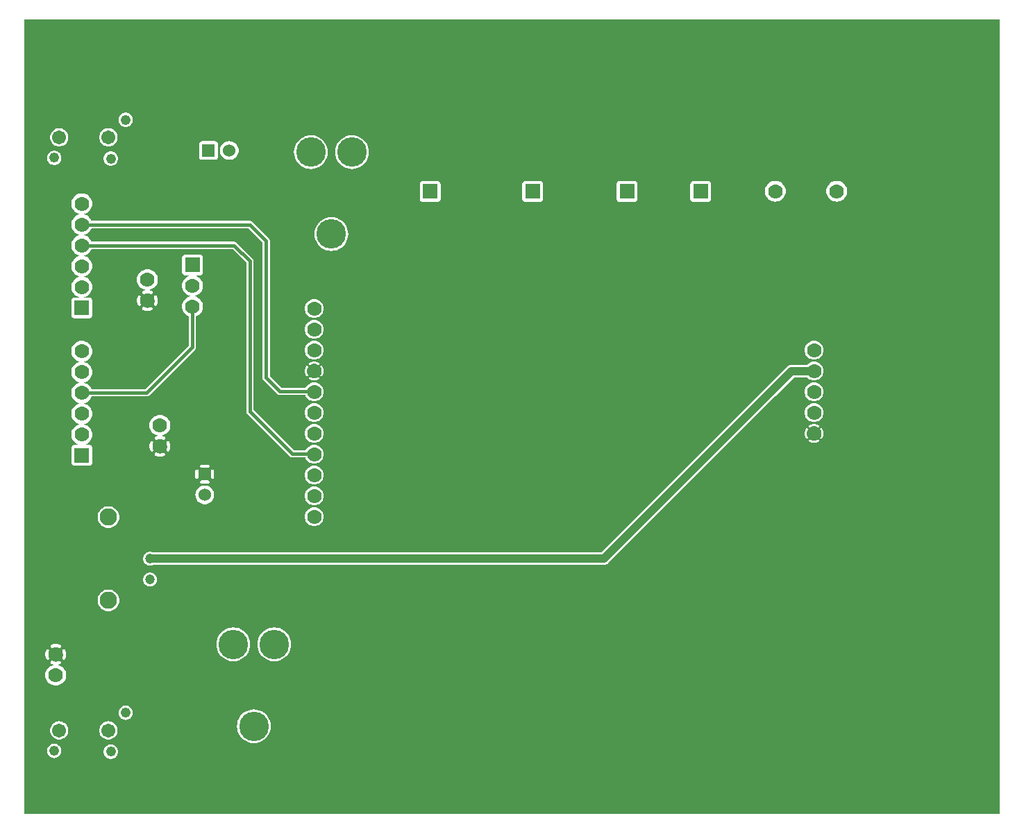
<source format=gbr>
G04 start of page 3 for group 1 idx 1 *
G04 Title: uhx1_board, solder *
G04 Creator: pcb 20110918 *
G04 CreationDate: Thu Mar 28 17:04:58 2013 UTC *
G04 For: alpsayin *
G04 Format: Gerber/RS-274X *
G04 PCB-Dimensions: 472441 385827 *
G04 PCB-Coordinate-Origin: lower left *
%MOIN*%
%FSLAX25Y25*%
%LNBOTTOM*%
%ADD45C,0.0358*%
%ADD44C,0.0793*%
%ADD43C,0.0450*%
%ADD42C,0.0630*%
%ADD41C,0.0300*%
%ADD40C,0.0634*%
%ADD39C,0.0398*%
%ADD38C,0.0380*%
%ADD37C,0.0472*%
%ADD36C,0.0833*%
%ADD35C,0.1417*%
%ADD34C,0.0600*%
%ADD33C,0.0674*%
%ADD32C,0.0488*%
%ADD31C,0.0700*%
%ADD30C,0.0150*%
%ADD29C,0.0400*%
%ADD28C,0.0001*%
G54D28*G36*
X391992Y383859D02*X470352D01*
Y2067D01*
X391992D01*
Y296312D01*
X392000Y296312D01*
X392785Y296373D01*
X393550Y296557D01*
X394277Y296858D01*
X394948Y297269D01*
X395546Y297781D01*
X396058Y298379D01*
X396469Y299050D01*
X396770Y299777D01*
X396954Y300542D01*
X397000Y301327D01*
X396954Y302112D01*
X396770Y302877D01*
X396469Y303604D01*
X396058Y304275D01*
X395546Y304873D01*
X394948Y305385D01*
X394277Y305796D01*
X393550Y306097D01*
X392785Y306281D01*
X392000Y306342D01*
X391992Y306342D01*
Y383859D01*
G37*
G36*
X384823D02*X391992D01*
Y306342D01*
X391215Y306281D01*
X390450Y306097D01*
X389723Y305796D01*
X389052Y305385D01*
X388454Y304873D01*
X387942Y304275D01*
X387531Y303604D01*
X387230Y302877D01*
X387046Y302112D01*
X386985Y301327D01*
X387046Y300542D01*
X387230Y299777D01*
X387531Y299050D01*
X387942Y298379D01*
X388454Y297781D01*
X389052Y297269D01*
X389723Y296858D01*
X390450Y296557D01*
X391215Y296373D01*
X391992Y296312D01*
Y2067D01*
X384823D01*
Y182534D01*
X384874Y182573D01*
X384929Y182629D01*
X384973Y182694D01*
X385167Y183046D01*
X385324Y183416D01*
X385447Y183799D01*
X385536Y184190D01*
X385590Y184589D01*
X385607Y184990D01*
X385590Y185391D01*
X385536Y185790D01*
X385447Y186181D01*
X385324Y186564D01*
X385167Y186934D01*
X384977Y187288D01*
X384932Y187353D01*
X384877Y187410D01*
X384823Y187450D01*
Y192449D01*
X385125Y192941D01*
X385396Y193595D01*
X385561Y194284D01*
X385603Y194990D01*
X385561Y195696D01*
X385396Y196385D01*
X385125Y197039D01*
X384823Y197531D01*
Y202449D01*
X385125Y202941D01*
X385396Y203595D01*
X385561Y204284D01*
X385603Y204990D01*
X385561Y205696D01*
X385396Y206385D01*
X385125Y207039D01*
X384823Y207531D01*
Y212449D01*
X385125Y212941D01*
X385396Y213595D01*
X385561Y214284D01*
X385603Y214990D01*
X385561Y215696D01*
X385396Y216385D01*
X385125Y217039D01*
X384823Y217531D01*
Y222449D01*
X385125Y222941D01*
X385396Y223595D01*
X385561Y224284D01*
X385603Y224990D01*
X385561Y225696D01*
X385396Y226385D01*
X385125Y227039D01*
X384823Y227531D01*
Y383859D01*
G37*
G36*
Y217531D02*X384755Y217643D01*
X384295Y218182D01*
X383756Y218642D01*
X383152Y219012D01*
X382498Y219283D01*
X381809Y219448D01*
X381103Y219504D01*
X381096Y219503D01*
Y220477D01*
X381103Y220476D01*
X381809Y220532D01*
X382498Y220697D01*
X383152Y220968D01*
X383756Y221338D01*
X384295Y221798D01*
X384755Y222337D01*
X384823Y222449D01*
Y217531D01*
G37*
G36*
Y207531D02*X384755Y207643D01*
X384295Y208182D01*
X383756Y208642D01*
X383152Y209012D01*
X382498Y209283D01*
X381809Y209448D01*
X381103Y209504D01*
X381096Y209503D01*
Y210477D01*
X381103Y210476D01*
X381809Y210532D01*
X382498Y210697D01*
X383152Y210968D01*
X383756Y211338D01*
X384295Y211798D01*
X384755Y212337D01*
X384823Y212449D01*
Y207531D01*
G37*
G36*
Y197531D02*X384755Y197643D01*
X384295Y198182D01*
X383756Y198642D01*
X383152Y199012D01*
X382498Y199283D01*
X381809Y199448D01*
X381103Y199504D01*
X381096Y199503D01*
Y200477D01*
X381103Y200476D01*
X381809Y200532D01*
X382498Y200697D01*
X383152Y200968D01*
X383756Y201338D01*
X384295Y201798D01*
X384755Y202337D01*
X384823Y202449D01*
Y197531D01*
G37*
G36*
Y2067D02*X381096D01*
Y180486D01*
X381103Y180486D01*
X381504Y180503D01*
X381903Y180557D01*
X382294Y180646D01*
X382677Y180769D01*
X383047Y180926D01*
X383401Y181116D01*
X383466Y181161D01*
X383523Y181216D01*
X383571Y181280D01*
X383607Y181350D01*
X383633Y181425D01*
X383647Y181503D01*
X383648Y181582D01*
X383636Y181661D01*
X383613Y181736D01*
X383578Y181807D01*
X383532Y181872D01*
X383477Y181929D01*
X383414Y181977D01*
X383344Y182014D01*
X383269Y182039D01*
X383191Y182053D01*
X383111Y182054D01*
X383033Y182042D01*
X382957Y182019D01*
X382887Y181983D01*
X382613Y181833D01*
X382326Y181711D01*
X382029Y181615D01*
X381724Y181546D01*
X381415Y181504D01*
X381103Y181490D01*
X381096Y181490D01*
Y188490D01*
X381103Y188490D01*
X381415Y188476D01*
X381724Y188434D01*
X382029Y188365D01*
X382326Y188269D01*
X382613Y188147D01*
X382889Y188000D01*
X382958Y187964D01*
X383034Y187941D01*
X383112Y187930D01*
X383190Y187931D01*
X383268Y187944D01*
X383342Y187970D01*
X383412Y188006D01*
X383475Y188054D01*
X383530Y188110D01*
X383575Y188174D01*
X383610Y188245D01*
X383633Y188320D01*
X383644Y188398D01*
X383643Y188477D01*
X383630Y188554D01*
X383604Y188629D01*
X383568Y188698D01*
X383520Y188761D01*
X383464Y188816D01*
X383399Y188860D01*
X383047Y189054D01*
X382677Y189211D01*
X382294Y189334D01*
X381903Y189423D01*
X381504Y189477D01*
X381103Y189494D01*
X381096Y189494D01*
Y190477D01*
X381103Y190476D01*
X381809Y190532D01*
X382498Y190697D01*
X383152Y190968D01*
X383756Y191338D01*
X384295Y191798D01*
X384755Y192337D01*
X384823Y192449D01*
Y187450D01*
X384813Y187458D01*
X384743Y187494D01*
X384668Y187520D01*
X384590Y187534D01*
X384511Y187535D01*
X384432Y187523D01*
X384357Y187500D01*
X384286Y187465D01*
X384221Y187419D01*
X384164Y187364D01*
X384116Y187301D01*
X384079Y187231D01*
X384054Y187156D01*
X384040Y187078D01*
X384039Y186998D01*
X384051Y186920D01*
X384074Y186844D01*
X384110Y186774D01*
X384260Y186500D01*
X384382Y186213D01*
X384478Y185916D01*
X384547Y185611D01*
X384589Y185302D01*
X384603Y184990D01*
X384589Y184678D01*
X384547Y184369D01*
X384478Y184064D01*
X384382Y183767D01*
X384260Y183480D01*
X384113Y183204D01*
X384077Y183135D01*
X384054Y183059D01*
X384043Y182981D01*
X384044Y182903D01*
X384057Y182825D01*
X384083Y182751D01*
X384119Y182681D01*
X384167Y182618D01*
X384223Y182563D01*
X384287Y182518D01*
X384358Y182483D01*
X384433Y182460D01*
X384511Y182449D01*
X384590Y182450D01*
X384667Y182463D01*
X384742Y182489D01*
X384811Y182525D01*
X384823Y182534D01*
Y2067D01*
G37*
G36*
X381096Y383859D02*X384823D01*
Y227531D01*
X384755Y227643D01*
X384295Y228182D01*
X383756Y228642D01*
X383152Y229012D01*
X382498Y229283D01*
X381809Y229448D01*
X381103Y229504D01*
X381096Y229503D01*
Y383859D01*
G37*
G36*
X377383Y202449D02*X377451Y202337D01*
X377911Y201798D01*
X378450Y201338D01*
X379054Y200968D01*
X379708Y200697D01*
X380397Y200532D01*
X381096Y200477D01*
Y199503D01*
X380397Y199448D01*
X379708Y199283D01*
X379054Y199012D01*
X378450Y198642D01*
X377911Y198182D01*
X377451Y197643D01*
X377383Y197531D01*
Y202449D01*
G37*
G36*
Y211990D02*X377747D01*
X377911Y211798D01*
X378450Y211338D01*
X379054Y210968D01*
X379708Y210697D01*
X380397Y210532D01*
X381096Y210477D01*
Y209503D01*
X380397Y209448D01*
X379708Y209283D01*
X379054Y209012D01*
X378450Y208642D01*
X377911Y208182D01*
X377451Y207643D01*
X377383Y207531D01*
Y211990D01*
G37*
G36*
X381096Y2067D02*X377383D01*
Y182530D01*
X377393Y182522D01*
X377463Y182486D01*
X377538Y182460D01*
X377616Y182446D01*
X377695Y182445D01*
X377774Y182457D01*
X377849Y182480D01*
X377920Y182515D01*
X377985Y182561D01*
X378042Y182616D01*
X378090Y182679D01*
X378126Y182749D01*
X378152Y182824D01*
X378166Y182902D01*
X378167Y182982D01*
X378155Y183060D01*
X378132Y183136D01*
X378096Y183206D01*
X377946Y183480D01*
X377824Y183767D01*
X377728Y184064D01*
X377659Y184369D01*
X377617Y184678D01*
X377603Y184990D01*
X377617Y185302D01*
X377659Y185611D01*
X377728Y185916D01*
X377824Y186213D01*
X377946Y186500D01*
X378093Y186776D01*
X378129Y186845D01*
X378152Y186921D01*
X378163Y186999D01*
X378162Y187077D01*
X378149Y187155D01*
X378123Y187229D01*
X378087Y187299D01*
X378039Y187362D01*
X377983Y187417D01*
X377919Y187462D01*
X377848Y187497D01*
X377773Y187520D01*
X377695Y187531D01*
X377616Y187530D01*
X377539Y187517D01*
X377464Y187491D01*
X377395Y187455D01*
X377383Y187446D01*
Y192449D01*
X377451Y192337D01*
X377911Y191798D01*
X378450Y191338D01*
X379054Y190968D01*
X379708Y190697D01*
X380397Y190532D01*
X381096Y190477D01*
Y189494D01*
X380702Y189477D01*
X380303Y189423D01*
X379912Y189334D01*
X379529Y189211D01*
X379159Y189054D01*
X378805Y188864D01*
X378740Y188819D01*
X378683Y188764D01*
X378635Y188700D01*
X378598Y188630D01*
X378573Y188555D01*
X378559Y188477D01*
X378558Y188398D01*
X378570Y188319D01*
X378593Y188244D01*
X378628Y188173D01*
X378674Y188108D01*
X378729Y188051D01*
X378792Y188003D01*
X378862Y187966D01*
X378937Y187941D01*
X379015Y187927D01*
X379095Y187926D01*
X379173Y187938D01*
X379249Y187961D01*
X379319Y187997D01*
X379593Y188147D01*
X379880Y188269D01*
X380177Y188365D01*
X380482Y188434D01*
X380791Y188476D01*
X381096Y188490D01*
Y181490D01*
X380791Y181504D01*
X380482Y181546D01*
X380177Y181615D01*
X379880Y181711D01*
X379593Y181833D01*
X379317Y181980D01*
X379248Y182016D01*
X379172Y182039D01*
X379094Y182050D01*
X379016Y182049D01*
X378938Y182036D01*
X378864Y182010D01*
X378794Y181974D01*
X378731Y181926D01*
X378676Y181870D01*
X378631Y181806D01*
X378596Y181735D01*
X378573Y181660D01*
X378562Y181582D01*
X378563Y181503D01*
X378576Y181426D01*
X378602Y181351D01*
X378638Y181282D01*
X378686Y181219D01*
X378742Y181164D01*
X378807Y181120D01*
X379159Y180926D01*
X379529Y180769D01*
X379912Y180646D01*
X380303Y180557D01*
X380702Y180503D01*
X381096Y180486D01*
Y2067D01*
G37*
G36*
X377383D02*X362492D01*
Y202877D01*
X371606Y211990D01*
X377383D01*
Y207531D01*
X377081Y207039D01*
X376810Y206385D01*
X376645Y205696D01*
X376589Y204990D01*
X376645Y204284D01*
X376810Y203595D01*
X377081Y202941D01*
X377383Y202449D01*
Y197531D01*
X377081Y197039D01*
X376810Y196385D01*
X376645Y195696D01*
X376589Y194990D01*
X376645Y194284D01*
X376810Y193595D01*
X377081Y192941D01*
X377383Y192449D01*
Y187446D01*
X377332Y187407D01*
X377277Y187351D01*
X377233Y187286D01*
X377039Y186934D01*
X376882Y186564D01*
X376759Y186181D01*
X376670Y185790D01*
X376616Y185391D01*
X376599Y184990D01*
X376616Y184589D01*
X376670Y184190D01*
X376759Y183799D01*
X376882Y183416D01*
X377039Y183046D01*
X377229Y182692D01*
X377274Y182627D01*
X377329Y182570D01*
X377383Y182530D01*
Y2067D01*
G37*
G36*
X362492Y383859D02*X381096D01*
Y229503D01*
X380397Y229448D01*
X379708Y229283D01*
X379054Y229012D01*
X378450Y228642D01*
X377911Y228182D01*
X377451Y227643D01*
X377081Y227039D01*
X376810Y226385D01*
X376645Y225696D01*
X376589Y224990D01*
X376645Y224284D01*
X376810Y223595D01*
X377081Y222941D01*
X377451Y222337D01*
X377911Y221798D01*
X378450Y221338D01*
X379054Y220968D01*
X379708Y220697D01*
X380397Y220532D01*
X381096Y220477D01*
Y219503D01*
X380397Y219448D01*
X379708Y219283D01*
X379054Y219012D01*
X378450Y218642D01*
X377911Y218182D01*
X377747Y217990D01*
X370481D01*
X370363Y217999D01*
X369892Y217962D01*
X369433Y217852D01*
X368997Y217671D01*
X368594Y217425D01*
X368594Y217424D01*
X368235Y217118D01*
X368159Y217028D01*
X362492Y211362D01*
Y296312D01*
X362500Y296312D01*
X363285Y296373D01*
X364050Y296557D01*
X364777Y296858D01*
X365448Y297269D01*
X366046Y297781D01*
X366558Y298379D01*
X366969Y299050D01*
X367270Y299777D01*
X367454Y300542D01*
X367500Y301327D01*
X367454Y302112D01*
X367270Y302877D01*
X366969Y303604D01*
X366558Y304275D01*
X366046Y304873D01*
X365448Y305385D01*
X364777Y305796D01*
X364050Y306097D01*
X363285Y306281D01*
X362500Y306342D01*
X362492Y306342D01*
Y383859D01*
G37*
G36*
Y2067D02*X121952D01*
Y75554D01*
X121964Y75553D01*
X123233Y75652D01*
X124471Y75950D01*
X125647Y76437D01*
X126732Y77102D01*
X127700Y77928D01*
X128526Y78896D01*
X129191Y79981D01*
X129678Y81157D01*
X129976Y82395D01*
X130051Y83664D01*
X129976Y84933D01*
X129678Y86171D01*
X129191Y87347D01*
X128526Y88432D01*
X127700Y89400D01*
X126732Y90226D01*
X125647Y90891D01*
X124471Y91378D01*
X123233Y91676D01*
X121964Y91775D01*
X121952Y91774D01*
Y121759D01*
X280014D01*
X280132Y121750D01*
X280603Y121787D01*
X280603Y121787D01*
X281062Y121897D01*
X281498Y122078D01*
X281901Y122324D01*
X282260Y122631D01*
X282336Y122721D01*
X362492Y202877D01*
Y2067D01*
G37*
G36*
X121952D02*X112109D01*
Y36184D01*
X112121Y36183D01*
X113390Y36282D01*
X114628Y36580D01*
X115804Y37067D01*
X116889Y37732D01*
X117857Y38558D01*
X118683Y39526D01*
X119348Y40611D01*
X119835Y41787D01*
X120133Y43025D01*
X120208Y44294D01*
X120133Y45563D01*
X119835Y46801D01*
X119348Y47977D01*
X118683Y49062D01*
X117857Y50030D01*
X116889Y50856D01*
X115804Y51521D01*
X114628Y52008D01*
X113390Y52306D01*
X112121Y52405D01*
X112109Y52404D01*
Y121759D01*
X121952D01*
Y91774D01*
X120695Y91676D01*
X119457Y91378D01*
X118281Y90891D01*
X117196Y90226D01*
X116228Y89400D01*
X115402Y88432D01*
X114737Y87347D01*
X114250Y86171D01*
X113952Y84933D01*
X113853Y83664D01*
X113952Y82395D01*
X114250Y81157D01*
X114737Y79981D01*
X115402Y78896D01*
X116228Y77928D01*
X117196Y77102D01*
X118281Y76437D01*
X119457Y75950D01*
X120695Y75652D01*
X121952Y75554D01*
Y2067D01*
G37*
G36*
X112109D02*X102266D01*
Y75554D01*
X102278Y75553D01*
X103547Y75652D01*
X104785Y75950D01*
X105961Y76437D01*
X107046Y77102D01*
X108014Y77928D01*
X108840Y78896D01*
X109505Y79981D01*
X109992Y81157D01*
X110290Y82395D01*
X110364Y83664D01*
X110290Y84933D01*
X109992Y86171D01*
X109505Y87347D01*
X108840Y88432D01*
X108014Y89400D01*
X107046Y90226D01*
X105961Y90891D01*
X104785Y91378D01*
X103547Y91676D01*
X102278Y91775D01*
X102266Y91774D01*
Y121759D01*
X112109D01*
Y52404D01*
X110852Y52306D01*
X109614Y52008D01*
X108438Y51521D01*
X107353Y50856D01*
X106385Y50030D01*
X105559Y49062D01*
X104894Y47977D01*
X104407Y46801D01*
X104109Y45563D01*
X104010Y44294D01*
X104109Y43025D01*
X104407Y41787D01*
X104894Y40611D01*
X105559Y39526D01*
X106385Y38558D01*
X107353Y37732D01*
X108438Y37067D01*
X109614Y36580D01*
X110852Y36282D01*
X112109Y36184D01*
Y2067D01*
G37*
G36*
X102266D02*X85054D01*
Y121759D01*
X102266D01*
Y91774D01*
X101009Y91676D01*
X99771Y91378D01*
X98595Y90891D01*
X97510Y90226D01*
X96542Y89400D01*
X95716Y88432D01*
X95051Y87347D01*
X94564Y86171D01*
X94266Y84933D01*
X94167Y83664D01*
X94266Y82395D01*
X94564Y81157D01*
X95051Y79981D01*
X95716Y78896D01*
X96542Y77928D01*
X97510Y77102D01*
X98595Y76437D01*
X99771Y75950D01*
X101009Y75652D01*
X102266Y75554D01*
Y2067D01*
G37*
G36*
X326688Y383859D02*X362492D01*
Y306342D01*
X361715Y306281D01*
X360950Y306097D01*
X360223Y305796D01*
X359552Y305385D01*
X358954Y304873D01*
X358442Y304275D01*
X358031Y303604D01*
X357730Y302877D01*
X357546Y302112D01*
X357485Y301327D01*
X357546Y300542D01*
X357730Y299777D01*
X358031Y299050D01*
X358442Y298379D01*
X358954Y297781D01*
X359552Y297269D01*
X360223Y296858D01*
X360950Y296557D01*
X361715Y296373D01*
X362492Y296312D01*
Y211362D01*
X326688Y175558D01*
Y296210D01*
X330423Y296217D01*
X330653Y296272D01*
X330871Y296362D01*
X331072Y296486D01*
X331252Y296639D01*
X331405Y296819D01*
X331529Y297020D01*
X331619Y297238D01*
X331674Y297468D01*
X331688Y297703D01*
X331674Y304938D01*
X331619Y305168D01*
X331529Y305386D01*
X331405Y305587D01*
X331252Y305767D01*
X331072Y305920D01*
X330871Y306044D01*
X330653Y306134D01*
X330423Y306189D01*
X330188Y306203D01*
X326688Y306196D01*
Y383859D01*
G37*
G36*
X291264D02*X326688D01*
Y306196D01*
X322953Y306189D01*
X322723Y306134D01*
X322505Y306044D01*
X322304Y305920D01*
X322124Y305767D01*
X321971Y305587D01*
X321847Y305386D01*
X321757Y305168D01*
X321702Y304938D01*
X321688Y304703D01*
X321702Y297468D01*
X321757Y297238D01*
X321847Y297020D01*
X321971Y296819D01*
X322124Y296639D01*
X322304Y296486D01*
X322505Y296362D01*
X322723Y296272D01*
X322953Y296217D01*
X323188Y296203D01*
X326688Y296210D01*
Y175558D01*
X291264Y140134D01*
Y296210D01*
X294999Y296217D01*
X295229Y296272D01*
X295447Y296362D01*
X295648Y296486D01*
X295828Y296639D01*
X295981Y296819D01*
X296105Y297020D01*
X296195Y297238D01*
X296250Y297468D01*
X296264Y297703D01*
X296250Y304938D01*
X296195Y305168D01*
X296105Y305386D01*
X295981Y305587D01*
X295828Y305767D01*
X295648Y305920D01*
X295447Y306044D01*
X295229Y306134D01*
X294999Y306189D01*
X294764Y306203D01*
X291264Y306196D01*
Y383859D01*
G37*
G36*
X246000D02*X291264D01*
Y306196D01*
X287529Y306189D01*
X287299Y306134D01*
X287081Y306044D01*
X286880Y305920D01*
X286700Y305767D01*
X286547Y305587D01*
X286423Y305386D01*
X286333Y305168D01*
X286278Y304938D01*
X286264Y304703D01*
X286278Y297468D01*
X286333Y297238D01*
X286423Y297020D01*
X286547Y296819D01*
X286700Y296639D01*
X286880Y296486D01*
X287081Y296362D01*
X287299Y296272D01*
X287529Y296217D01*
X287764Y296203D01*
X291264Y296210D01*
Y140134D01*
X278889Y127759D01*
X246000D01*
Y296210D01*
X249735Y296217D01*
X249965Y296272D01*
X250183Y296362D01*
X250384Y296486D01*
X250564Y296639D01*
X250717Y296819D01*
X250841Y297020D01*
X250931Y297238D01*
X250986Y297468D01*
X251000Y297703D01*
X250986Y304938D01*
X250931Y305168D01*
X250841Y305386D01*
X250717Y305587D01*
X250564Y305767D01*
X250384Y305920D01*
X250183Y306044D01*
X249965Y306134D01*
X249735Y306189D01*
X249500Y306203D01*
X246000Y306196D01*
Y383859D01*
G37*
G36*
X196786D02*X246000D01*
Y306196D01*
X242265Y306189D01*
X242035Y306134D01*
X241817Y306044D01*
X241616Y305920D01*
X241436Y305767D01*
X241283Y305587D01*
X241159Y305386D01*
X241069Y305168D01*
X241014Y304938D01*
X241000Y304703D01*
X241014Y297468D01*
X241069Y297238D01*
X241159Y297020D01*
X241283Y296819D01*
X241436Y296639D01*
X241616Y296486D01*
X241817Y296362D01*
X242035Y296272D01*
X242265Y296217D01*
X242500Y296203D01*
X246000Y296210D01*
Y127759D01*
X196786D01*
Y296210D01*
X200521Y296217D01*
X200751Y296272D01*
X200969Y296362D01*
X201170Y296486D01*
X201350Y296639D01*
X201503Y296819D01*
X201627Y297020D01*
X201717Y297238D01*
X201772Y297468D01*
X201786Y297703D01*
X201772Y304938D01*
X201717Y305168D01*
X201627Y305386D01*
X201503Y305587D01*
X201350Y305767D01*
X201170Y305920D01*
X200969Y306044D01*
X200751Y306134D01*
X200521Y306189D01*
X200286Y306203D01*
X196786Y306196D01*
Y383859D01*
G37*
G36*
X159185D02*X196786D01*
Y306196D01*
X193051Y306189D01*
X192821Y306134D01*
X192603Y306044D01*
X192402Y305920D01*
X192222Y305767D01*
X192069Y305587D01*
X191945Y305386D01*
X191855Y305168D01*
X191800Y304938D01*
X191786Y304703D01*
X191800Y297468D01*
X191855Y297238D01*
X191945Y297020D01*
X192069Y296819D01*
X192222Y296639D01*
X192402Y296486D01*
X192603Y296362D01*
X192821Y296272D01*
X193051Y296217D01*
X193286Y296203D01*
X196786Y296210D01*
Y127759D01*
X159185D01*
Y311981D01*
X159197Y311980D01*
X160466Y312079D01*
X161704Y312377D01*
X162880Y312864D01*
X163965Y313529D01*
X164933Y314355D01*
X165759Y315323D01*
X166424Y316408D01*
X166911Y317584D01*
X167209Y318822D01*
X167284Y320091D01*
X167209Y321360D01*
X166911Y322598D01*
X166424Y323774D01*
X165759Y324859D01*
X164933Y325827D01*
X163965Y326653D01*
X162880Y327318D01*
X161704Y327805D01*
X160466Y328103D01*
X159197Y328202D01*
X159185Y328201D01*
Y383859D01*
G37*
G36*
X144823D02*X159185D01*
Y328201D01*
X157928Y328103D01*
X156690Y327805D01*
X155514Y327318D01*
X154429Y326653D01*
X153461Y325827D01*
X152635Y324859D01*
X151970Y323774D01*
X151483Y322598D01*
X151185Y321360D01*
X151086Y320091D01*
X151185Y318822D01*
X151483Y317584D01*
X151970Y316408D01*
X152635Y315323D01*
X153461Y314355D01*
X154429Y313529D01*
X155514Y312864D01*
X156690Y312377D01*
X157928Y312079D01*
X159185Y311981D01*
Y127759D01*
X144823D01*
Y142449D01*
X145125Y142941D01*
X145396Y143595D01*
X145561Y144284D01*
X145603Y144990D01*
X145561Y145696D01*
X145396Y146385D01*
X145125Y147039D01*
X144823Y147531D01*
Y152449D01*
X145125Y152941D01*
X145396Y153595D01*
X145561Y154284D01*
X145603Y154990D01*
X145561Y155696D01*
X145396Y156385D01*
X145125Y157039D01*
X144823Y157531D01*
Y162449D01*
X145125Y162941D01*
X145396Y163595D01*
X145561Y164284D01*
X145603Y164990D01*
X145561Y165696D01*
X145396Y166385D01*
X145125Y167039D01*
X144823Y167531D01*
Y172449D01*
X145125Y172941D01*
X145396Y173595D01*
X145561Y174284D01*
X145603Y174990D01*
X145561Y175696D01*
X145396Y176385D01*
X145125Y177039D01*
X144823Y177531D01*
Y182449D01*
X145125Y182941D01*
X145396Y183595D01*
X145561Y184284D01*
X145603Y184990D01*
X145561Y185696D01*
X145396Y186385D01*
X145125Y187039D01*
X144823Y187531D01*
Y192449D01*
X145125Y192941D01*
X145396Y193595D01*
X145561Y194284D01*
X145603Y194990D01*
X145561Y195696D01*
X145396Y196385D01*
X145125Y197039D01*
X144823Y197531D01*
Y202449D01*
X145125Y202941D01*
X145396Y203595D01*
X145561Y204284D01*
X145603Y204990D01*
X145561Y205696D01*
X145396Y206385D01*
X145125Y207039D01*
X144823Y207531D01*
Y212534D01*
X144874Y212573D01*
X144929Y212629D01*
X144973Y212694D01*
X145167Y213046D01*
X145324Y213416D01*
X145447Y213799D01*
X145536Y214190D01*
X145590Y214589D01*
X145607Y214990D01*
X145590Y215391D01*
X145536Y215790D01*
X145447Y216181D01*
X145324Y216564D01*
X145167Y216934D01*
X144977Y217288D01*
X144932Y217353D01*
X144877Y217410D01*
X144823Y217450D01*
Y222449D01*
X145125Y222941D01*
X145396Y223595D01*
X145561Y224284D01*
X145603Y224990D01*
X145561Y225696D01*
X145396Y226385D01*
X145125Y227039D01*
X144823Y227531D01*
Y232449D01*
X145125Y232941D01*
X145396Y233595D01*
X145561Y234284D01*
X145603Y234990D01*
X145561Y235696D01*
X145396Y236385D01*
X145125Y237039D01*
X144823Y237531D01*
Y242449D01*
X145125Y242941D01*
X145396Y243595D01*
X145561Y244284D01*
X145603Y244990D01*
X145561Y245696D01*
X145396Y246385D01*
X145125Y247039D01*
X144823Y247531D01*
Y274013D01*
X145671Y273494D01*
X146847Y273007D01*
X148085Y272709D01*
X149354Y272610D01*
X150623Y272709D01*
X151861Y273007D01*
X153037Y273494D01*
X154122Y274159D01*
X155090Y274985D01*
X155916Y275953D01*
X156581Y277038D01*
X157068Y278214D01*
X157366Y279452D01*
X157440Y280721D01*
X157366Y281990D01*
X157068Y283228D01*
X156581Y284404D01*
X155916Y285489D01*
X155090Y286457D01*
X154122Y287283D01*
X153037Y287948D01*
X151861Y288435D01*
X150623Y288733D01*
X149354Y288832D01*
X148085Y288733D01*
X146847Y288435D01*
X145671Y287948D01*
X144823Y287429D01*
Y313994D01*
X145247Y314355D01*
X146073Y315323D01*
X146738Y316408D01*
X147225Y317584D01*
X147523Y318822D01*
X147598Y320091D01*
X147523Y321360D01*
X147225Y322598D01*
X146738Y323774D01*
X146073Y324859D01*
X145247Y325827D01*
X144823Y326188D01*
Y383859D01*
G37*
G36*
Y247531D02*X144755Y247643D01*
X144295Y248182D01*
X143756Y248642D01*
X143152Y249012D01*
X142498Y249283D01*
X141809Y249448D01*
X141103Y249504D01*
X141096Y249503D01*
Y312155D01*
X142018Y312377D01*
X143194Y312864D01*
X144279Y313529D01*
X144823Y313994D01*
Y287429D01*
X144586Y287283D01*
X143618Y286457D01*
X142792Y285489D01*
X142127Y284404D01*
X141640Y283228D01*
X141342Y281990D01*
X141243Y280721D01*
X141342Y279452D01*
X141640Y278214D01*
X142127Y277038D01*
X142792Y275953D01*
X143618Y274985D01*
X144586Y274159D01*
X144823Y274013D01*
Y247531D01*
G37*
G36*
Y237531D02*X144755Y237643D01*
X144295Y238182D01*
X143756Y238642D01*
X143152Y239012D01*
X142498Y239283D01*
X141809Y239448D01*
X141103Y239504D01*
X141096Y239503D01*
Y240477D01*
X141103Y240476D01*
X141809Y240532D01*
X142498Y240697D01*
X143152Y240968D01*
X143756Y241338D01*
X144295Y241798D01*
X144755Y242337D01*
X144823Y242449D01*
Y237531D01*
G37*
G36*
Y227531D02*X144755Y227643D01*
X144295Y228182D01*
X143756Y228642D01*
X143152Y229012D01*
X142498Y229283D01*
X141809Y229448D01*
X141103Y229504D01*
X141096Y229503D01*
Y230477D01*
X141103Y230476D01*
X141809Y230532D01*
X142498Y230697D01*
X143152Y230968D01*
X143756Y231338D01*
X144295Y231798D01*
X144755Y232337D01*
X144823Y232449D01*
Y227531D01*
G37*
G36*
Y207531D02*X144755Y207643D01*
X144295Y208182D01*
X143756Y208642D01*
X143152Y209012D01*
X142498Y209283D01*
X141809Y209448D01*
X141103Y209504D01*
X141096Y209503D01*
Y210486D01*
X141103Y210486D01*
X141504Y210503D01*
X141903Y210557D01*
X142294Y210646D01*
X142677Y210769D01*
X143047Y210926D01*
X143401Y211116D01*
X143466Y211161D01*
X143523Y211216D01*
X143571Y211280D01*
X143607Y211350D01*
X143633Y211425D01*
X143647Y211503D01*
X143648Y211582D01*
X143636Y211661D01*
X143613Y211736D01*
X143578Y211807D01*
X143532Y211872D01*
X143477Y211929D01*
X143414Y211977D01*
X143344Y212014D01*
X143269Y212039D01*
X143191Y212053D01*
X143111Y212054D01*
X143033Y212042D01*
X142957Y212019D01*
X142887Y211983D01*
X142613Y211833D01*
X142326Y211711D01*
X142029Y211615D01*
X141724Y211546D01*
X141415Y211504D01*
X141103Y211490D01*
X141096Y211490D01*
Y218490D01*
X141103Y218490D01*
X141415Y218476D01*
X141724Y218434D01*
X142029Y218365D01*
X142326Y218269D01*
X142613Y218147D01*
X142889Y218000D01*
X142958Y217964D01*
X143034Y217941D01*
X143112Y217930D01*
X143190Y217931D01*
X143268Y217944D01*
X143342Y217970D01*
X143412Y218006D01*
X143475Y218054D01*
X143530Y218110D01*
X143575Y218174D01*
X143610Y218245D01*
X143633Y218320D01*
X143644Y218398D01*
X143643Y218477D01*
X143630Y218554D01*
X143604Y218629D01*
X143568Y218698D01*
X143520Y218761D01*
X143464Y218816D01*
X143399Y218860D01*
X143047Y219054D01*
X142677Y219211D01*
X142294Y219334D01*
X141903Y219423D01*
X141504Y219477D01*
X141103Y219494D01*
X141096Y219494D01*
Y220477D01*
X141103Y220476D01*
X141809Y220532D01*
X142498Y220697D01*
X143152Y220968D01*
X143756Y221338D01*
X144295Y221798D01*
X144755Y222337D01*
X144823Y222449D01*
Y217450D01*
X144813Y217458D01*
X144743Y217495D01*
X144668Y217520D01*
X144590Y217534D01*
X144511Y217535D01*
X144432Y217523D01*
X144357Y217500D01*
X144286Y217465D01*
X144221Y217419D01*
X144164Y217364D01*
X144116Y217301D01*
X144079Y217231D01*
X144054Y217156D01*
X144040Y217078D01*
X144039Y216998D01*
X144051Y216920D01*
X144074Y216844D01*
X144110Y216774D01*
X144260Y216500D01*
X144382Y216213D01*
X144478Y215916D01*
X144547Y215611D01*
X144589Y215302D01*
X144603Y214990D01*
X144589Y214678D01*
X144547Y214369D01*
X144478Y214064D01*
X144382Y213767D01*
X144260Y213480D01*
X144113Y213204D01*
X144077Y213135D01*
X144054Y213059D01*
X144043Y212981D01*
X144044Y212903D01*
X144057Y212825D01*
X144083Y212751D01*
X144119Y212681D01*
X144167Y212618D01*
X144223Y212563D01*
X144287Y212518D01*
X144358Y212483D01*
X144433Y212460D01*
X144511Y212449D01*
X144590Y212450D01*
X144667Y212463D01*
X144742Y212489D01*
X144811Y212525D01*
X144823Y212534D01*
Y207531D01*
G37*
G36*
Y197531D02*X144755Y197643D01*
X144295Y198182D01*
X143756Y198642D01*
X143152Y199012D01*
X142498Y199283D01*
X141809Y199448D01*
X141103Y199504D01*
X141096Y199503D01*
Y200477D01*
X141103Y200476D01*
X141809Y200532D01*
X142498Y200697D01*
X143152Y200968D01*
X143756Y201338D01*
X144295Y201798D01*
X144755Y202337D01*
X144823Y202449D01*
Y197531D01*
G37*
G36*
Y187531D02*X144755Y187643D01*
X144295Y188182D01*
X143756Y188642D01*
X143152Y189012D01*
X142498Y189283D01*
X141809Y189448D01*
X141103Y189504D01*
X141096Y189503D01*
Y190477D01*
X141103Y190476D01*
X141809Y190532D01*
X142498Y190697D01*
X143152Y190968D01*
X143756Y191338D01*
X144295Y191798D01*
X144755Y192337D01*
X144823Y192449D01*
Y187531D01*
G37*
G36*
Y177531D02*X144755Y177643D01*
X144295Y178182D01*
X143756Y178642D01*
X143152Y179012D01*
X142498Y179283D01*
X141809Y179448D01*
X141103Y179504D01*
X141096Y179503D01*
Y180477D01*
X141103Y180476D01*
X141809Y180532D01*
X142498Y180697D01*
X143152Y180968D01*
X143756Y181338D01*
X144295Y181798D01*
X144755Y182337D01*
X144823Y182449D01*
Y177531D01*
G37*
G36*
Y167531D02*X144755Y167643D01*
X144295Y168182D01*
X143756Y168642D01*
X143152Y169012D01*
X142498Y169283D01*
X141809Y169448D01*
X141103Y169504D01*
X141096Y169503D01*
Y170477D01*
X141103Y170476D01*
X141809Y170532D01*
X142498Y170697D01*
X143152Y170968D01*
X143756Y171338D01*
X144295Y171798D01*
X144755Y172337D01*
X144823Y172449D01*
Y167531D01*
G37*
G36*
Y157531D02*X144755Y157643D01*
X144295Y158182D01*
X143756Y158642D01*
X143152Y159012D01*
X142498Y159283D01*
X141809Y159448D01*
X141103Y159504D01*
X141096Y159503D01*
Y160477D01*
X141103Y160476D01*
X141809Y160532D01*
X142498Y160697D01*
X143152Y160968D01*
X143756Y161338D01*
X144295Y161798D01*
X144755Y162337D01*
X144823Y162449D01*
Y157531D01*
G37*
G36*
Y147531D02*X144755Y147643D01*
X144295Y148182D01*
X143756Y148642D01*
X143152Y149012D01*
X142498Y149283D01*
X141809Y149448D01*
X141103Y149504D01*
X141096Y149503D01*
Y150477D01*
X141103Y150476D01*
X141809Y150532D01*
X142498Y150697D01*
X143152Y150968D01*
X143756Y151338D01*
X144295Y151798D01*
X144755Y152337D01*
X144823Y152449D01*
Y147531D01*
G37*
G36*
Y127759D02*X141096D01*
Y140477D01*
X141103Y140476D01*
X141809Y140532D01*
X142498Y140697D01*
X143152Y140968D01*
X143756Y141338D01*
X144295Y141798D01*
X144755Y142337D01*
X144823Y142449D01*
Y127759D01*
G37*
G36*
X141096Y383859D02*X144823D01*
Y326188D01*
X144279Y326653D01*
X143194Y327318D01*
X142018Y327805D01*
X141096Y328027D01*
Y383859D01*
G37*
G36*
Y179503D02*X140397Y179448D01*
X139708Y179283D01*
X139054Y179012D01*
X138450Y178642D01*
X137911Y178182D01*
X137451Y177643D01*
X137081Y177039D01*
X137050Y176965D01*
X131386D01*
X111958Y196393D01*
Y205885D01*
X111958Y205885D01*
Y267678D01*
X111963Y267747D01*
X111942Y268021D01*
X111942Y268022D01*
X111877Y268289D01*
X111772Y268544D01*
X111628Y268779D01*
X111449Y268988D01*
X111397Y269033D01*
X103942Y276488D01*
X103897Y276540D01*
X103688Y276719D01*
X103453Y276863D01*
X103198Y276968D01*
X102931Y277033D01*
X102930Y277033D01*
X102656Y277054D01*
X102588Y277049D01*
X100361D01*
Y283549D01*
X109643D01*
X116330Y276862D01*
Y211865D01*
X116325Y211796D01*
X116346Y211521D01*
X116411Y211254D01*
X116516Y210999D01*
X116660Y210764D01*
X116660Y210764D01*
X116839Y210555D01*
X116891Y210510D01*
X123375Y204026D01*
X123420Y203974D01*
X123629Y203795D01*
X123864Y203651D01*
X124119Y203546D01*
X124386Y203481D01*
X124387Y203481D01*
X124661Y203460D01*
X124730Y203465D01*
X136864D01*
X137081Y202941D01*
X137451Y202337D01*
X137911Y201798D01*
X138450Y201338D01*
X139054Y200968D01*
X139708Y200697D01*
X140397Y200532D01*
X141096Y200477D01*
Y199503D01*
X140397Y199448D01*
X139708Y199283D01*
X139054Y199012D01*
X138450Y198642D01*
X137911Y198182D01*
X137451Y197643D01*
X137081Y197039D01*
X136810Y196385D01*
X136645Y195696D01*
X136589Y194990D01*
X136645Y194284D01*
X136810Y193595D01*
X137081Y192941D01*
X137451Y192337D01*
X137911Y191798D01*
X138450Y191338D01*
X139054Y190968D01*
X139708Y190697D01*
X140397Y190532D01*
X141096Y190477D01*
Y189503D01*
X140397Y189448D01*
X139708Y189283D01*
X139054Y189012D01*
X138450Y188642D01*
X137911Y188182D01*
X137451Y187643D01*
X137081Y187039D01*
X136810Y186385D01*
X136645Y185696D01*
X136589Y184990D01*
X136645Y184284D01*
X136810Y183595D01*
X137081Y182941D01*
X137451Y182337D01*
X137911Y181798D01*
X138450Y181338D01*
X139054Y180968D01*
X139708Y180697D01*
X140397Y180532D01*
X141096Y180477D01*
Y179503D01*
G37*
G36*
Y127759D02*X100361D01*
Y273549D01*
X101931D01*
X108458Y267022D01*
Y205885D01*
X108458Y205885D01*
Y195737D01*
X108453Y195668D01*
X108474Y195393D01*
X108539Y195126D01*
X108644Y194871D01*
X108788Y194636D01*
X108788Y194636D01*
X108967Y194427D01*
X109019Y194382D01*
X129375Y174026D01*
X129420Y173974D01*
X129629Y173795D01*
X129629Y173795D01*
X129864Y173651D01*
X130119Y173546D01*
X130386Y173481D01*
X130661Y173460D01*
X130730Y173465D01*
X136864D01*
X137081Y172941D01*
X137451Y172337D01*
X137911Y171798D01*
X138450Y171338D01*
X139054Y170968D01*
X139708Y170697D01*
X140397Y170532D01*
X141096Y170477D01*
Y169503D01*
X140397Y169448D01*
X139708Y169283D01*
X139054Y169012D01*
X138450Y168642D01*
X137911Y168182D01*
X137451Y167643D01*
X137081Y167039D01*
X136810Y166385D01*
X136645Y165696D01*
X136589Y164990D01*
X136645Y164284D01*
X136810Y163595D01*
X137081Y162941D01*
X137451Y162337D01*
X137911Y161798D01*
X138450Y161338D01*
X139054Y160968D01*
X139708Y160697D01*
X140397Y160532D01*
X141096Y160477D01*
Y159503D01*
X140397Y159448D01*
X139708Y159283D01*
X139054Y159012D01*
X138450Y158642D01*
X137911Y158182D01*
X137451Y157643D01*
X137081Y157039D01*
X136810Y156385D01*
X136645Y155696D01*
X136589Y154990D01*
X136645Y154284D01*
X136810Y153595D01*
X137081Y152941D01*
X137451Y152337D01*
X137911Y151798D01*
X138450Y151338D01*
X139054Y150968D01*
X139708Y150697D01*
X140397Y150532D01*
X141096Y150477D01*
Y149503D01*
X140397Y149448D01*
X139708Y149283D01*
X139054Y149012D01*
X138450Y148642D01*
X137911Y148182D01*
X137451Y147643D01*
X137081Y147039D01*
X136810Y146385D01*
X136645Y145696D01*
X136589Y144990D01*
X136645Y144284D01*
X136810Y143595D01*
X137081Y142941D01*
X137451Y142337D01*
X137911Y141798D01*
X138450Y141338D01*
X139054Y140968D01*
X139708Y140697D01*
X140397Y140532D01*
X141096Y140477D01*
Y127759D01*
G37*
G36*
X137383Y222449D02*X137451Y222337D01*
X137911Y221798D01*
X138450Y221338D01*
X139054Y220968D01*
X139708Y220697D01*
X140397Y220532D01*
X141096Y220477D01*
Y219494D01*
X140702Y219477D01*
X140303Y219423D01*
X139912Y219334D01*
X139529Y219211D01*
X139159Y219054D01*
X138805Y218864D01*
X138740Y218819D01*
X138683Y218764D01*
X138635Y218700D01*
X138598Y218630D01*
X138573Y218555D01*
X138559Y218477D01*
X138558Y218398D01*
X138570Y218319D01*
X138593Y218244D01*
X138628Y218173D01*
X138674Y218108D01*
X138729Y218051D01*
X138792Y218003D01*
X138862Y217966D01*
X138937Y217941D01*
X139015Y217927D01*
X139095Y217926D01*
X139173Y217938D01*
X139249Y217961D01*
X139319Y217997D01*
X139593Y218147D01*
X139880Y218269D01*
X140177Y218365D01*
X140482Y218434D01*
X140791Y218476D01*
X141096Y218490D01*
Y211490D01*
X140791Y211504D01*
X140482Y211546D01*
X140177Y211615D01*
X139880Y211711D01*
X139593Y211833D01*
X139317Y211980D01*
X139248Y212016D01*
X139172Y212039D01*
X139094Y212050D01*
X139016Y212049D01*
X138938Y212036D01*
X138864Y212010D01*
X138794Y211974D01*
X138731Y211926D01*
X138676Y211870D01*
X138631Y211806D01*
X138596Y211735D01*
X138573Y211660D01*
X138562Y211582D01*
X138563Y211503D01*
X138576Y211426D01*
X138602Y211351D01*
X138638Y211282D01*
X138686Y211219D01*
X138742Y211164D01*
X138807Y211120D01*
X139159Y210926D01*
X139529Y210769D01*
X139912Y210646D01*
X140303Y210557D01*
X140702Y210503D01*
X141096Y210486D01*
Y209503D01*
X140397Y209448D01*
X139708Y209283D01*
X139054Y209012D01*
X138450Y208642D01*
X137911Y208182D01*
X137451Y207643D01*
X137383Y207531D01*
Y212530D01*
X137393Y212522D01*
X137463Y212486D01*
X137538Y212460D01*
X137616Y212446D01*
X137695Y212445D01*
X137774Y212457D01*
X137849Y212480D01*
X137920Y212515D01*
X137985Y212561D01*
X138042Y212616D01*
X138090Y212679D01*
X138126Y212749D01*
X138152Y212824D01*
X138166Y212902D01*
X138167Y212982D01*
X138155Y213060D01*
X138132Y213136D01*
X138096Y213206D01*
X137946Y213480D01*
X137824Y213767D01*
X137728Y214064D01*
X137659Y214369D01*
X137617Y214678D01*
X137603Y214990D01*
X137617Y215302D01*
X137659Y215611D01*
X137728Y215916D01*
X137824Y216213D01*
X137946Y216500D01*
X138093Y216776D01*
X138129Y216845D01*
X138152Y216921D01*
X138163Y216999D01*
X138162Y217077D01*
X138149Y217155D01*
X138123Y217229D01*
X138087Y217299D01*
X138039Y217362D01*
X137983Y217417D01*
X137919Y217462D01*
X137848Y217497D01*
X137773Y217520D01*
X137695Y217531D01*
X137616Y217530D01*
X137539Y217517D01*
X137464Y217491D01*
X137395Y217455D01*
X137383Y217446D01*
Y222449D01*
G37*
G36*
Y232449D02*X137451Y232337D01*
X137911Y231798D01*
X138450Y231338D01*
X139054Y230968D01*
X139708Y230697D01*
X140397Y230532D01*
X141096Y230477D01*
Y229503D01*
X140397Y229448D01*
X139708Y229283D01*
X139054Y229012D01*
X138450Y228642D01*
X137911Y228182D01*
X137451Y227643D01*
X137383Y227531D01*
Y232449D01*
G37*
G36*
Y242449D02*X137451Y242337D01*
X137911Y241798D01*
X138450Y241338D01*
X139054Y240968D01*
X139708Y240697D01*
X140397Y240532D01*
X141096Y240477D01*
Y239503D01*
X140397Y239448D01*
X139708Y239283D01*
X139054Y239012D01*
X138450Y238642D01*
X137911Y238182D01*
X137451Y237643D01*
X137383Y237531D01*
Y242449D01*
G37*
G36*
Y312286D02*X138242Y312079D01*
X139511Y311980D01*
X140780Y312079D01*
X141096Y312155D01*
Y249503D01*
X140397Y249448D01*
X139708Y249283D01*
X139054Y249012D01*
X138450Y248642D01*
X137911Y248182D01*
X137451Y247643D01*
X137383Y247531D01*
Y312286D01*
G37*
G36*
Y383859D02*X141096D01*
Y328027D01*
X140780Y328103D01*
X139511Y328202D01*
X138242Y328103D01*
X137383Y327896D01*
Y383859D01*
G37*
G36*
X100361D02*X137383D01*
Y327896D01*
X137004Y327805D01*
X135828Y327318D01*
X134743Y326653D01*
X133775Y325827D01*
X132949Y324859D01*
X132284Y323774D01*
X131797Y322598D01*
X131499Y321360D01*
X131400Y320091D01*
X131499Y318822D01*
X131797Y317584D01*
X132284Y316408D01*
X132949Y315323D01*
X133775Y314355D01*
X134743Y313529D01*
X135828Y312864D01*
X137004Y312377D01*
X137383Y312286D01*
Y247531D01*
X137081Y247039D01*
X136810Y246385D01*
X136645Y245696D01*
X136589Y244990D01*
X136645Y244284D01*
X136810Y243595D01*
X137081Y242941D01*
X137383Y242449D01*
Y237531D01*
X137081Y237039D01*
X136810Y236385D01*
X136645Y235696D01*
X136589Y234990D01*
X136645Y234284D01*
X136810Y233595D01*
X137081Y232941D01*
X137383Y232449D01*
Y227531D01*
X137081Y227039D01*
X136810Y226385D01*
X136645Y225696D01*
X136589Y224990D01*
X136645Y224284D01*
X136810Y223595D01*
X137081Y222941D01*
X137383Y222449D01*
Y217446D01*
X137332Y217407D01*
X137277Y217351D01*
X137233Y217286D01*
X137039Y216934D01*
X136882Y216564D01*
X136759Y216181D01*
X136670Y215790D01*
X136616Y215391D01*
X136599Y214990D01*
X136616Y214589D01*
X136670Y214190D01*
X136759Y213799D01*
X136882Y213416D01*
X137039Y213046D01*
X137229Y212692D01*
X137274Y212627D01*
X137329Y212570D01*
X137383Y212530D01*
Y207531D01*
X137081Y207039D01*
X137050Y206965D01*
X125386D01*
X119830Y212521D01*
Y277518D01*
X119835Y277587D01*
X119814Y277861D01*
X119814Y277862D01*
X119749Y278129D01*
X119644Y278384D01*
X119500Y278619D01*
X119321Y278828D01*
X119269Y278873D01*
X111654Y286488D01*
X111609Y286540D01*
X111400Y286719D01*
X111165Y286863D01*
X110910Y286968D01*
X110643Y287033D01*
X110642Y287033D01*
X110368Y287054D01*
X110299Y287049D01*
X100361D01*
Y316370D01*
X100368Y316369D01*
X101074Y316425D01*
X101763Y316590D01*
X102417Y316861D01*
X103021Y317231D01*
X103560Y317691D01*
X104020Y318230D01*
X104390Y318834D01*
X104661Y319488D01*
X104826Y320177D01*
X104868Y320883D01*
X104826Y321589D01*
X104661Y322278D01*
X104390Y322932D01*
X104020Y323536D01*
X103560Y324075D01*
X103021Y324535D01*
X102417Y324905D01*
X101763Y325176D01*
X101074Y325341D01*
X100368Y325397D01*
X100361Y325396D01*
Y383859D01*
G37*
G36*
Y277049D02*X85054D01*
Y283549D01*
X100361D01*
Y277049D01*
G37*
G36*
Y127759D02*X92310D01*
Y152918D01*
X92582Y153362D01*
X92853Y154016D01*
X93018Y154705D01*
X93060Y155411D01*
X93018Y156117D01*
X92853Y156806D01*
X92582Y157460D01*
X92310Y157904D01*
Y163159D01*
X92428Y163168D01*
X92542Y163196D01*
X92652Y163241D01*
X92752Y163302D01*
X92842Y163379D01*
X92919Y163469D01*
X92980Y163569D01*
X93025Y163679D01*
X93053Y163793D01*
X93060Y163911D01*
Y166911D01*
X93053Y167029D01*
X93025Y167143D01*
X92980Y167253D01*
X92919Y167353D01*
X92842Y167443D01*
X92752Y167520D01*
X92652Y167581D01*
X92542Y167626D01*
X92428Y167654D01*
X92310Y167663D01*
Y273549D01*
X100361D01*
Y127759D01*
G37*
G36*
X92310Y157904D02*X92212Y158064D01*
X91752Y158603D01*
X91213Y159063D01*
X90609Y159433D01*
X89955Y159704D01*
X89266Y159869D01*
X88560Y159925D01*
Y160911D01*
X90060D01*
X90178Y160918D01*
X90292Y160946D01*
X90402Y160991D01*
X90502Y161052D01*
X90592Y161129D01*
X90669Y161219D01*
X90730Y161319D01*
X90775Y161429D01*
X90803Y161543D01*
X90812Y161661D01*
X90803Y161779D01*
X90775Y161893D01*
X90730Y162003D01*
X90669Y162103D01*
X90592Y162193D01*
X90502Y162270D01*
X90402Y162331D01*
X90292Y162376D01*
X90178Y162404D01*
X90060Y162411D01*
X88560D01*
Y168411D01*
X90060D01*
X90178Y168418D01*
X90292Y168446D01*
X90402Y168491D01*
X90502Y168552D01*
X90592Y168629D01*
X90669Y168719D01*
X90730Y168819D01*
X90775Y168929D01*
X90803Y169043D01*
X90812Y169161D01*
X90803Y169279D01*
X90775Y169393D01*
X90730Y169503D01*
X90669Y169603D01*
X90592Y169693D01*
X90502Y169770D01*
X90402Y169831D01*
X90292Y169876D01*
X90178Y169904D01*
X90060Y169911D01*
X88560D01*
Y273549D01*
X92310D01*
Y167663D01*
X92192Y167654D01*
X92078Y167626D01*
X91968Y167581D01*
X91868Y167520D01*
X91778Y167443D01*
X91701Y167353D01*
X91640Y167253D01*
X91595Y167143D01*
X91567Y167029D01*
X91560Y166911D01*
Y163911D01*
X91567Y163793D01*
X91595Y163679D01*
X91640Y163569D01*
X91701Y163469D01*
X91778Y163379D01*
X91868Y163302D01*
X91968Y163241D01*
X92078Y163196D01*
X92192Y163168D01*
X92310Y163159D01*
Y157904D01*
G37*
G36*
Y127759D02*X88560D01*
Y150897D01*
X89266Y150953D01*
X89955Y151118D01*
X90609Y151389D01*
X91213Y151759D01*
X91752Y152219D01*
X92212Y152758D01*
X92310Y152918D01*
Y127759D01*
G37*
G36*
X88560Y159925D02*X88560D01*
X87854Y159869D01*
X87165Y159704D01*
X86511Y159433D01*
X85907Y159063D01*
X85368Y158603D01*
X85054Y158235D01*
Y163200D01*
X85152Y163241D01*
X85252Y163302D01*
X85342Y163379D01*
X85419Y163469D01*
X85480Y163569D01*
X85525Y163679D01*
X85553Y163793D01*
X85560Y163911D01*
Y166911D01*
X85553Y167029D01*
X85525Y167143D01*
X85480Y167253D01*
X85419Y167353D01*
X85342Y167443D01*
X85252Y167520D01*
X85152Y167581D01*
X85054Y167622D01*
Y241544D01*
X85604Y241881D01*
X86202Y242393D01*
X86714Y242991D01*
X87125Y243662D01*
X87426Y244389D01*
X87610Y245154D01*
X87656Y245939D01*
X87610Y246724D01*
X87426Y247489D01*
X87125Y248216D01*
X86714Y248887D01*
X86202Y249485D01*
X85604Y249997D01*
X85054Y250334D01*
Y251544D01*
X85604Y251881D01*
X86202Y252393D01*
X86714Y252991D01*
X87125Y253662D01*
X87426Y254389D01*
X87610Y255154D01*
X87656Y255939D01*
X87610Y256724D01*
X87426Y257489D01*
X87125Y258216D01*
X86714Y258887D01*
X86202Y259485D01*
X85604Y259997D01*
X85054Y260334D01*
Y260950D01*
X86391Y260953D01*
X86621Y261008D01*
X86839Y261098D01*
X87040Y261222D01*
X87220Y261375D01*
X87373Y261555D01*
X87497Y261756D01*
X87587Y261974D01*
X87642Y262204D01*
X87656Y262439D01*
X87642Y269674D01*
X87587Y269904D01*
X87497Y270122D01*
X87373Y270323D01*
X87220Y270503D01*
X87040Y270656D01*
X86839Y270780D01*
X86621Y270870D01*
X86391Y270925D01*
X86156Y270939D01*
X85054Y270937D01*
Y273549D01*
X88560D01*
Y169911D01*
X87060D01*
X86942Y169904D01*
X86828Y169876D01*
X86718Y169831D01*
X86618Y169770D01*
X86528Y169693D01*
X86451Y169603D01*
X86390Y169503D01*
X86345Y169393D01*
X86317Y169279D01*
X86308Y169161D01*
X86317Y169043D01*
X86345Y168929D01*
X86390Y168819D01*
X86451Y168719D01*
X86528Y168629D01*
X86618Y168552D01*
X86718Y168491D01*
X86828Y168446D01*
X86942Y168418D01*
X87060Y168411D01*
X88560D01*
Y162411D01*
X87060D01*
X86942Y162404D01*
X86828Y162376D01*
X86718Y162331D01*
X86618Y162270D01*
X86528Y162193D01*
X86451Y162103D01*
X86390Y162003D01*
X86345Y161893D01*
X86317Y161779D01*
X86308Y161661D01*
X86317Y161543D01*
X86345Y161429D01*
X86390Y161319D01*
X86451Y161219D01*
X86528Y161129D01*
X86618Y161052D01*
X86718Y160991D01*
X86828Y160946D01*
X86942Y160918D01*
X87060Y160911D01*
X88560D01*
Y159925D01*
G37*
G36*
Y127759D02*X85054D01*
Y152587D01*
X85368Y152219D01*
X85907Y151759D01*
X86511Y151389D01*
X87165Y151118D01*
X87854Y150953D01*
X88560Y150897D01*
X88560D01*
Y127759D01*
G37*
G36*
X90368Y383859D02*X100361D01*
Y325396D01*
X99662Y325341D01*
X98973Y325176D01*
X98319Y324905D01*
X97715Y324535D01*
X97176Y324075D01*
X96716Y323536D01*
X96346Y322932D01*
X96075Y322278D01*
X95910Y321589D01*
X95854Y320883D01*
X95910Y320177D01*
X96075Y319488D01*
X96346Y318834D01*
X96716Y318230D01*
X97176Y317691D01*
X97715Y317231D01*
X98319Y316861D01*
X98973Y316590D01*
X99662Y316425D01*
X100361Y316370D01*
Y287049D01*
X90368D01*
Y316390D01*
X93603Y316397D01*
X93833Y316452D01*
X94051Y316542D01*
X94252Y316666D01*
X94432Y316819D01*
X94585Y316999D01*
X94709Y317200D01*
X94799Y317418D01*
X94854Y317648D01*
X94868Y317883D01*
X94854Y324118D01*
X94799Y324348D01*
X94709Y324566D01*
X94585Y324767D01*
X94432Y324947D01*
X94252Y325100D01*
X94051Y325224D01*
X93833Y325314D01*
X93603Y325369D01*
X93368Y325383D01*
X90368Y325376D01*
Y383859D01*
G37*
G36*
X85054D02*X90368D01*
Y325376D01*
X87133Y325369D01*
X86903Y325314D01*
X86685Y325224D01*
X86484Y325100D01*
X86304Y324947D01*
X86151Y324767D01*
X86027Y324566D01*
X85937Y324348D01*
X85882Y324118D01*
X85868Y323883D01*
X85882Y317648D01*
X85937Y317418D01*
X86027Y317200D01*
X86151Y316999D01*
X86304Y316819D01*
X86484Y316666D01*
X86685Y316542D01*
X86903Y316452D01*
X87133Y316397D01*
X87368Y316383D01*
X90368Y316390D01*
Y287049D01*
X85054D01*
Y383859D01*
G37*
G36*
Y260334D02*X84933Y260408D01*
X84206Y260709D01*
X83441Y260893D01*
X82764Y260946D01*
X85054Y260950D01*
Y260334D01*
G37*
G36*
Y250334D02*X84933Y250408D01*
X84206Y250709D01*
X83441Y250893D01*
X82852Y250939D01*
X83441Y250985D01*
X84206Y251169D01*
X84933Y251470D01*
X85054Y251544D01*
Y250334D01*
G37*
G36*
X34207Y283549D02*X85054D01*
Y277049D01*
X34207D01*
X33989Y277576D01*
X33578Y278247D01*
X33066Y278845D01*
X32468Y279357D01*
X31797Y279768D01*
X31070Y280069D01*
X30305Y280253D01*
X29716Y280299D01*
X30305Y280345D01*
X31070Y280529D01*
X31797Y280830D01*
X32468Y281241D01*
X33066Y281753D01*
X33578Y282351D01*
X33989Y283022D01*
X34207Y283549D01*
G37*
G36*
X61002Y121672D02*X61293Y121552D01*
X61807Y121428D01*
X62335Y121387D01*
X62863Y121428D01*
X63377Y121552D01*
X63866Y121754D01*
X63874Y121759D01*
X85054D01*
Y2067D01*
X61002D01*
Y111672D01*
X61293Y111552D01*
X61807Y111428D01*
X62335Y111387D01*
X62863Y111428D01*
X63377Y111552D01*
X63866Y111754D01*
X64317Y112031D01*
X64720Y112374D01*
X65063Y112777D01*
X65340Y113228D01*
X65542Y113717D01*
X65666Y114231D01*
X65697Y114759D01*
X65666Y115287D01*
X65542Y115801D01*
X65340Y116290D01*
X65063Y116741D01*
X64720Y117144D01*
X64317Y117487D01*
X63866Y117764D01*
X63377Y117966D01*
X62863Y118090D01*
X62335Y118131D01*
X61807Y118090D01*
X61293Y117966D01*
X61002Y117846D01*
Y121672D01*
G37*
G36*
X71051Y212340D02*X83845Y225133D01*
X83897Y225178D01*
X84076Y225387D01*
X84076Y225387D01*
X84220Y225622D01*
X84325Y225877D01*
X84390Y226144D01*
X84411Y226419D01*
X84406Y226488D01*
Y241252D01*
X84933Y241470D01*
X85054Y241544D01*
Y167622D01*
X85042Y167626D01*
X84928Y167654D01*
X84810Y167663D01*
X84692Y167654D01*
X84578Y167626D01*
X84468Y167581D01*
X84368Y167520D01*
X84278Y167443D01*
X84201Y167353D01*
X84140Y167253D01*
X84095Y167143D01*
X84067Y167029D01*
X84060Y166911D01*
Y163911D01*
X84067Y163793D01*
X84095Y163679D01*
X84140Y163569D01*
X84201Y163469D01*
X84278Y163379D01*
X84368Y163302D01*
X84468Y163241D01*
X84578Y163196D01*
X84692Y163168D01*
X84810Y163159D01*
X84928Y163168D01*
X85042Y163196D01*
X85054Y163200D01*
Y158235D01*
X84908Y158064D01*
X84538Y157460D01*
X84267Y156806D01*
X84102Y156117D01*
X84046Y155411D01*
X84102Y154705D01*
X84267Y154016D01*
X84538Y153362D01*
X84908Y152758D01*
X85054Y152587D01*
Y127759D01*
X71051D01*
Y176321D01*
X71119Y176340D01*
X71226Y176389D01*
X71324Y176455D01*
X71411Y176535D01*
X71484Y176628D01*
X71540Y176731D01*
X71725Y177175D01*
X71862Y177636D01*
X71954Y178108D01*
X72000Y178587D01*
Y179067D01*
X71954Y179546D01*
X71862Y180018D01*
X71725Y180479D01*
X71545Y180925D01*
X71487Y181029D01*
X71414Y181122D01*
X71327Y181202D01*
X71228Y181268D01*
X71120Y181318D01*
X71051Y181337D01*
Y185872D01*
X71058Y185879D01*
X71469Y186550D01*
X71770Y187277D01*
X71954Y188042D01*
X72000Y188827D01*
X71954Y189612D01*
X71770Y190377D01*
X71469Y191104D01*
X71058Y191775D01*
X71051Y191782D01*
Y212340D01*
G37*
G36*
Y127759D02*X67002D01*
Y173827D01*
X67240D01*
X67719Y173873D01*
X68191Y173965D01*
X68652Y174102D01*
X69098Y174282D01*
X69202Y174340D01*
X69295Y174413D01*
X69375Y174500D01*
X69441Y174599D01*
X69491Y174707D01*
X69523Y174821D01*
X69537Y174939D01*
X69532Y175058D01*
X69509Y175174D01*
X69468Y175285D01*
X69410Y175389D01*
X69336Y175482D01*
X69249Y175562D01*
X69150Y175628D01*
X69043Y175678D01*
X68928Y175710D01*
X68811Y175724D01*
X68692Y175719D01*
X68576Y175696D01*
X68465Y175653D01*
X68155Y175523D01*
X67833Y175428D01*
X67503Y175363D01*
X67168Y175331D01*
X67002D01*
Y182323D01*
X67168D01*
X67503Y182291D01*
X67833Y182226D01*
X68155Y182131D01*
X68467Y182005D01*
X68577Y181962D01*
X68692Y181939D01*
X68810Y181934D01*
X68928Y181948D01*
X69041Y181980D01*
X69148Y182029D01*
X69247Y182095D01*
X69333Y182175D01*
X69407Y182267D01*
X69464Y182370D01*
X69505Y182481D01*
X69528Y182597D01*
X69533Y182715D01*
X69519Y182832D01*
X69487Y182946D01*
X69438Y183053D01*
X69372Y183151D01*
X69292Y183238D01*
X69199Y183311D01*
X69096Y183367D01*
X68652Y183552D01*
X68191Y183689D01*
X67719Y183781D01*
X67240Y183827D01*
X67196D01*
X67785Y183873D01*
X68550Y184057D01*
X69277Y184358D01*
X69948Y184769D01*
X70546Y185281D01*
X71051Y185872D01*
Y181337D01*
X71006Y181350D01*
X70888Y181364D01*
X70769Y181359D01*
X70653Y181336D01*
X70542Y181295D01*
X70438Y181237D01*
X70345Y181163D01*
X70265Y181076D01*
X70199Y180977D01*
X70149Y180870D01*
X70117Y180755D01*
X70103Y180638D01*
X70108Y180519D01*
X70131Y180403D01*
X70174Y180292D01*
X70304Y179982D01*
X70399Y179660D01*
X70464Y179330D01*
X70496Y178995D01*
Y178659D01*
X70464Y178324D01*
X70399Y177994D01*
X70304Y177672D01*
X70178Y177360D01*
X70135Y177250D01*
X70112Y177135D01*
X70107Y177017D01*
X70121Y176899D01*
X70153Y176786D01*
X70202Y176679D01*
X70268Y176580D01*
X70348Y176494D01*
X70440Y176420D01*
X70543Y176363D01*
X70654Y176322D01*
X70770Y176299D01*
X70888Y176294D01*
X71005Y176308D01*
X71051Y176321D01*
Y127759D01*
G37*
G36*
X67002Y208290D02*X71051Y212340D01*
Y191782D01*
X70546Y192373D01*
X69948Y192885D01*
X69277Y193296D01*
X68550Y193597D01*
X67785Y193781D01*
X67002Y193842D01*
Y208290D01*
G37*
G36*
X62949Y185872D02*X63454Y185281D01*
X64052Y184769D01*
X64723Y184358D01*
X65450Y184057D01*
X66215Y183873D01*
X66804Y183827D01*
X66760D01*
X66281Y183781D01*
X65809Y183689D01*
X65348Y183552D01*
X64902Y183372D01*
X64798Y183314D01*
X64705Y183241D01*
X64625Y183154D01*
X64559Y183055D01*
X64509Y182947D01*
X64477Y182833D01*
X64463Y182715D01*
X64468Y182596D01*
X64491Y182480D01*
X64532Y182369D01*
X64590Y182265D01*
X64664Y182172D01*
X64751Y182092D01*
X64850Y182026D01*
X64957Y181976D01*
X65072Y181944D01*
X65189Y181930D01*
X65308Y181935D01*
X65424Y181958D01*
X65535Y182001D01*
X65845Y182131D01*
X66167Y182226D01*
X66497Y182291D01*
X66832Y182323D01*
X67002D01*
Y175331D01*
X66832D01*
X66497Y175363D01*
X66167Y175428D01*
X65845Y175523D01*
X65533Y175649D01*
X65423Y175692D01*
X65308Y175715D01*
X65190Y175720D01*
X65072Y175706D01*
X64959Y175674D01*
X64852Y175625D01*
X64753Y175559D01*
X64667Y175479D01*
X64593Y175387D01*
X64536Y175284D01*
X64495Y175173D01*
X64472Y175057D01*
X64467Y174939D01*
X64481Y174822D01*
X64513Y174708D01*
X64562Y174601D01*
X64628Y174503D01*
X64708Y174416D01*
X64801Y174343D01*
X64904Y174287D01*
X65348Y174102D01*
X65809Y173965D01*
X66281Y173873D01*
X66760Y173827D01*
X67002D01*
Y127759D01*
X63874D01*
X63866Y127764D01*
X63377Y127966D01*
X62949Y128069D01*
Y176317D01*
X62994Y176304D01*
X63112Y176290D01*
X63231Y176295D01*
X63347Y176318D01*
X63458Y176359D01*
X63562Y176417D01*
X63655Y176491D01*
X63735Y176578D01*
X63801Y176677D01*
X63851Y176784D01*
X63883Y176899D01*
X63897Y177016D01*
X63892Y177135D01*
X63869Y177251D01*
X63826Y177362D01*
X63696Y177672D01*
X63601Y177994D01*
X63536Y178324D01*
X63504Y178659D01*
Y178995D01*
X63536Y179330D01*
X63601Y179660D01*
X63696Y179982D01*
X63822Y180294D01*
X63865Y180404D01*
X63888Y180519D01*
X63893Y180637D01*
X63879Y180755D01*
X63847Y180868D01*
X63798Y180975D01*
X63732Y181074D01*
X63652Y181160D01*
X63560Y181234D01*
X63457Y181291D01*
X63346Y181332D01*
X63230Y181355D01*
X63112Y181360D01*
X62995Y181346D01*
X62949Y181333D01*
Y185872D01*
G37*
G36*
Y204237D02*X67002Y208290D01*
Y193842D01*
X67000Y193842D01*
X66215Y193781D01*
X65450Y193597D01*
X64723Y193296D01*
X64052Y192885D01*
X63454Y192373D01*
X62949Y191782D01*
Y204237D01*
G37*
G36*
X61002Y202727D02*X61230Y202782D01*
X61485Y202887D01*
X61720Y203031D01*
X61929Y203210D01*
X61974Y203262D01*
X62949Y204237D01*
Y191782D01*
X62942Y191775D01*
X62531Y191104D01*
X62230Y190377D01*
X62046Y189612D01*
X61985Y188827D01*
X62046Y188042D01*
X62230Y187277D01*
X62531Y186550D01*
X62942Y185879D01*
X62949Y185872D01*
Y181333D01*
X62881Y181314D01*
X62774Y181265D01*
X62676Y181199D01*
X62589Y181119D01*
X62516Y181026D01*
X62460Y180923D01*
X62275Y180479D01*
X62138Y180018D01*
X62046Y179546D01*
X62000Y179067D01*
Y178587D01*
X62046Y178108D01*
X62138Y177636D01*
X62275Y177175D01*
X62455Y176729D01*
X62513Y176625D01*
X62586Y176532D01*
X62673Y176452D01*
X62772Y176386D01*
X62880Y176336D01*
X62949Y176317D01*
Y128069D01*
X62863Y128090D01*
X62335Y128131D01*
X61807Y128090D01*
X61293Y127966D01*
X61002Y127846D01*
Y202727D01*
G37*
G36*
X65051Y273549D02*X85054D01*
Y270937D01*
X78921Y270925D01*
X78691Y270870D01*
X78473Y270780D01*
X78272Y270656D01*
X78092Y270503D01*
X77939Y270323D01*
X77815Y270122D01*
X77725Y269904D01*
X77670Y269674D01*
X77656Y269439D01*
X77670Y262204D01*
X77725Y261974D01*
X77815Y261756D01*
X77939Y261555D01*
X78092Y261375D01*
X78272Y261222D01*
X78473Y261098D01*
X78691Y261008D01*
X78921Y260953D01*
X79156Y260939D01*
X82543Y260946D01*
X81871Y260893D01*
X81106Y260709D01*
X80379Y260408D01*
X79708Y259997D01*
X79110Y259485D01*
X78598Y258887D01*
X78187Y258216D01*
X77886Y257489D01*
X77702Y256724D01*
X77641Y255939D01*
X77702Y255154D01*
X77886Y254389D01*
X78187Y253662D01*
X78598Y252991D01*
X79110Y252393D01*
X79708Y251881D01*
X80379Y251470D01*
X81106Y251169D01*
X81871Y250985D01*
X82460Y250939D01*
X81871Y250893D01*
X81106Y250709D01*
X80379Y250408D01*
X79708Y249997D01*
X79110Y249485D01*
X78598Y248887D01*
X78187Y248216D01*
X77886Y247489D01*
X77702Y246724D01*
X77641Y245939D01*
X77702Y245154D01*
X77886Y244389D01*
X78187Y243662D01*
X78598Y242991D01*
X79110Y242393D01*
X79708Y241881D01*
X80379Y241470D01*
X80906Y241252D01*
Y227144D01*
X65051Y211289D01*
Y246321D01*
X65119Y246340D01*
X65226Y246389D01*
X65324Y246455D01*
X65411Y246535D01*
X65484Y246628D01*
X65540Y246731D01*
X65725Y247175D01*
X65862Y247636D01*
X65954Y248108D01*
X66000Y248587D01*
Y249067D01*
X65954Y249546D01*
X65862Y250018D01*
X65725Y250479D01*
X65545Y250925D01*
X65487Y251029D01*
X65414Y251122D01*
X65327Y251202D01*
X65228Y251268D01*
X65120Y251318D01*
X65051Y251337D01*
Y255872D01*
X65058Y255879D01*
X65469Y256550D01*
X65770Y257277D01*
X65954Y258042D01*
X66000Y258827D01*
X65954Y259612D01*
X65770Y260377D01*
X65469Y261104D01*
X65058Y261775D01*
X65051Y261782D01*
Y273549D01*
G37*
G36*
Y211289D02*X61002Y207240D01*
Y243827D01*
X61240D01*
X61719Y243873D01*
X62191Y243965D01*
X62652Y244102D01*
X63098Y244282D01*
X63202Y244340D01*
X63295Y244413D01*
X63375Y244500D01*
X63441Y244599D01*
X63491Y244707D01*
X63523Y244821D01*
X63537Y244939D01*
X63532Y245058D01*
X63509Y245174D01*
X63468Y245285D01*
X63410Y245389D01*
X63336Y245482D01*
X63249Y245562D01*
X63150Y245628D01*
X63043Y245678D01*
X62928Y245710D01*
X62811Y245724D01*
X62692Y245719D01*
X62576Y245696D01*
X62465Y245653D01*
X62155Y245523D01*
X61833Y245428D01*
X61503Y245363D01*
X61168Y245331D01*
X61002D01*
Y252323D01*
X61168D01*
X61503Y252291D01*
X61833Y252226D01*
X62155Y252131D01*
X62467Y252005D01*
X62577Y251962D01*
X62692Y251939D01*
X62810Y251934D01*
X62928Y251948D01*
X63041Y251980D01*
X63148Y252029D01*
X63247Y252095D01*
X63333Y252175D01*
X63407Y252267D01*
X63464Y252370D01*
X63505Y252481D01*
X63528Y252597D01*
X63533Y252715D01*
X63519Y252832D01*
X63487Y252946D01*
X63438Y253053D01*
X63372Y253151D01*
X63292Y253238D01*
X63199Y253311D01*
X63096Y253367D01*
X62652Y253552D01*
X62191Y253689D01*
X61719Y253781D01*
X61240Y253827D01*
X61196D01*
X61785Y253873D01*
X62550Y254057D01*
X63277Y254358D01*
X63948Y254769D01*
X64546Y255281D01*
X65051Y255872D01*
Y251337D01*
X65006Y251350D01*
X64888Y251364D01*
X64769Y251359D01*
X64653Y251336D01*
X64542Y251295D01*
X64438Y251237D01*
X64345Y251163D01*
X64265Y251076D01*
X64199Y250977D01*
X64149Y250870D01*
X64117Y250755D01*
X64103Y250638D01*
X64108Y250519D01*
X64131Y250403D01*
X64174Y250292D01*
X64304Y249982D01*
X64399Y249660D01*
X64464Y249330D01*
X64496Y248995D01*
Y248659D01*
X64464Y248324D01*
X64399Y247994D01*
X64304Y247672D01*
X64178Y247360D01*
X64135Y247250D01*
X64112Y247135D01*
X64107Y247017D01*
X64121Y246899D01*
X64153Y246786D01*
X64202Y246679D01*
X64268Y246580D01*
X64348Y246494D01*
X64440Y246420D01*
X64543Y246363D01*
X64654Y246322D01*
X64770Y246299D01*
X64888Y246294D01*
X65005Y246308D01*
X65051Y246321D01*
Y211289D01*
G37*
G36*
X61002Y273549D02*X65051D01*
Y261782D01*
X64546Y262373D01*
X63948Y262885D01*
X63277Y263296D01*
X62550Y263597D01*
X61785Y263781D01*
X61002Y263842D01*
Y273549D01*
G37*
G36*
Y383859D02*X85054D01*
Y287049D01*
X61002D01*
Y383859D01*
G37*
G36*
X56949Y202701D02*X60619D01*
X60688Y202696D01*
X60962Y202717D01*
X60963Y202717D01*
X61002Y202727D01*
Y127846D01*
X60804Y127764D01*
X60353Y127487D01*
X59950Y127144D01*
X59607Y126741D01*
X59330Y126290D01*
X59128Y125801D01*
X59004Y125287D01*
X58963Y124759D01*
X59004Y124231D01*
X59128Y123717D01*
X59330Y123228D01*
X59607Y122777D01*
X59950Y122374D01*
X60353Y122031D01*
X60804Y121754D01*
X61002Y121672D01*
Y117846D01*
X60804Y117764D01*
X60353Y117487D01*
X59950Y117144D01*
X59607Y116741D01*
X59330Y116290D01*
X59128Y115801D01*
X59004Y115287D01*
X58963Y114759D01*
X59004Y114231D01*
X59128Y113717D01*
X59330Y113228D01*
X59607Y112777D01*
X59950Y112374D01*
X60353Y112031D01*
X60804Y111754D01*
X61002Y111672D01*
Y2067D01*
X56949D01*
Y202701D01*
G37*
G36*
Y255872D02*X57454Y255281D01*
X58052Y254769D01*
X58723Y254358D01*
X59450Y254057D01*
X60215Y253873D01*
X60804Y253827D01*
X60760D01*
X60281Y253781D01*
X59809Y253689D01*
X59348Y253552D01*
X58902Y253372D01*
X58798Y253314D01*
X58705Y253241D01*
X58625Y253154D01*
X58559Y253055D01*
X58509Y252947D01*
X58477Y252833D01*
X58463Y252715D01*
X58468Y252596D01*
X58491Y252480D01*
X58532Y252369D01*
X58590Y252265D01*
X58664Y252172D01*
X58751Y252092D01*
X58850Y252026D01*
X58957Y251976D01*
X59072Y251944D01*
X59189Y251930D01*
X59308Y251935D01*
X59424Y251958D01*
X59535Y252001D01*
X59845Y252131D01*
X60167Y252226D01*
X60497Y252291D01*
X60832Y252323D01*
X61002D01*
Y245331D01*
X60832D01*
X60497Y245363D01*
X60167Y245428D01*
X59845Y245523D01*
X59533Y245649D01*
X59423Y245692D01*
X59308Y245715D01*
X59190Y245720D01*
X59072Y245706D01*
X58959Y245674D01*
X58852Y245625D01*
X58753Y245559D01*
X58667Y245479D01*
X58593Y245387D01*
X58536Y245284D01*
X58495Y245173D01*
X58472Y245057D01*
X58467Y244939D01*
X58481Y244822D01*
X58513Y244708D01*
X58562Y244601D01*
X58628Y244503D01*
X58708Y244416D01*
X58801Y244343D01*
X58904Y244287D01*
X59348Y244102D01*
X59809Y243965D01*
X60281Y243873D01*
X60760Y243827D01*
X61002D01*
Y207240D01*
X59963Y206201D01*
X56949D01*
Y246317D01*
X56994Y246304D01*
X57112Y246290D01*
X57231Y246295D01*
X57347Y246318D01*
X57458Y246359D01*
X57562Y246417D01*
X57655Y246491D01*
X57735Y246578D01*
X57801Y246677D01*
X57851Y246784D01*
X57883Y246899D01*
X57897Y247016D01*
X57892Y247135D01*
X57869Y247251D01*
X57826Y247362D01*
X57696Y247672D01*
X57601Y247994D01*
X57536Y248324D01*
X57504Y248659D01*
Y248995D01*
X57536Y249330D01*
X57601Y249660D01*
X57696Y249982D01*
X57822Y250294D01*
X57865Y250404D01*
X57888Y250519D01*
X57893Y250637D01*
X57879Y250755D01*
X57847Y250868D01*
X57798Y250975D01*
X57732Y251074D01*
X57652Y251160D01*
X57560Y251234D01*
X57457Y251291D01*
X57346Y251332D01*
X57230Y251355D01*
X57112Y251360D01*
X56995Y251346D01*
X56949Y251333D01*
Y255872D01*
G37*
G36*
Y273549D02*X61002D01*
Y263842D01*
X61000Y263842D01*
X60215Y263781D01*
X59450Y263597D01*
X58723Y263296D01*
X58052Y262885D01*
X57454Y262373D01*
X56949Y261782D01*
Y273549D01*
G37*
G36*
Y383859D02*X61002D01*
Y287049D01*
X56949D01*
Y383859D01*
G37*
G36*
X16294Y73872D02*X16760Y73827D01*
X16804D01*
X16294Y73787D01*
Y73872D01*
G37*
G36*
X50546Y202701D02*X56949D01*
Y2067D01*
X50546D01*
Y47321D01*
X50551Y47320D01*
X51091Y47363D01*
X51618Y47489D01*
X52118Y47697D01*
X52580Y47980D01*
X52992Y48331D01*
X53343Y48743D01*
X53626Y49205D01*
X53834Y49705D01*
X53960Y50232D01*
X53992Y50772D01*
X53960Y51312D01*
X53834Y51839D01*
X53626Y52339D01*
X53343Y52801D01*
X52992Y53213D01*
X52580Y53564D01*
X52118Y53847D01*
X51618Y54055D01*
X51091Y54181D01*
X50551Y54224D01*
X50546Y54223D01*
Y202701D01*
G37*
G36*
X43460D02*X50546D01*
Y54223D01*
X50011Y54181D01*
X49484Y54055D01*
X48984Y53847D01*
X48522Y53564D01*
X48110Y53213D01*
X47759Y52801D01*
X47476Y52339D01*
X47268Y51839D01*
X47142Y51312D01*
X47099Y50772D01*
X47142Y50232D01*
X47268Y49705D01*
X47476Y49205D01*
X47759Y48743D01*
X48110Y48331D01*
X48522Y47980D01*
X48984Y47697D01*
X49484Y47489D01*
X50011Y47363D01*
X50546Y47321D01*
Y2067D01*
X43460D01*
Y28620D01*
X43465Y28619D01*
X44005Y28662D01*
X44532Y28788D01*
X45032Y28996D01*
X45494Y29279D01*
X45906Y29630D01*
X46257Y30042D01*
X46540Y30504D01*
X46748Y31004D01*
X46874Y31531D01*
X46906Y32071D01*
X46874Y32611D01*
X46748Y33138D01*
X46540Y33638D01*
X46257Y34100D01*
X45906Y34512D01*
X45494Y34863D01*
X45032Y35146D01*
X44532Y35354D01*
X44005Y35480D01*
X43465Y35523D01*
X43460Y35522D01*
Y38097D01*
X43637Y38140D01*
X44273Y38403D01*
X44859Y38762D01*
X45382Y39209D01*
X45829Y39732D01*
X46188Y40318D01*
X46451Y40954D01*
X46612Y41622D01*
X46652Y42308D01*
X46612Y42994D01*
X46451Y43662D01*
X46188Y44298D01*
X45829Y44884D01*
X45382Y45407D01*
X44859Y45854D01*
X44273Y46213D01*
X43637Y46476D01*
X43460Y46519D01*
Y99716D01*
X43936Y99830D01*
X44688Y100141D01*
X45381Y100566D01*
X46000Y101094D01*
X46528Y101713D01*
X46953Y102406D01*
X47264Y103158D01*
X47454Y103948D01*
X47502Y104759D01*
X47454Y105570D01*
X47264Y106360D01*
X46953Y107112D01*
X46528Y107805D01*
X46000Y108424D01*
X45381Y108952D01*
X44688Y109377D01*
X43936Y109688D01*
X43460Y109802D01*
Y139716D01*
X43936Y139830D01*
X44688Y140141D01*
X45381Y140566D01*
X46000Y141094D01*
X46528Y141713D01*
X46953Y142406D01*
X47264Y143158D01*
X47454Y143948D01*
X47502Y144759D01*
X47454Y145570D01*
X47264Y146360D01*
X46953Y147112D01*
X46528Y147805D01*
X46000Y148424D01*
X45381Y148952D01*
X44688Y149377D01*
X43936Y149688D01*
X43460Y149802D01*
Y202701D01*
G37*
G36*
Y273549D02*X56949D01*
Y261782D01*
X56942Y261775D01*
X56531Y261104D01*
X56230Y260377D01*
X56046Y259612D01*
X55985Y258827D01*
X56046Y258042D01*
X56230Y257277D01*
X56531Y256550D01*
X56942Y255879D01*
X56949Y255872D01*
Y251333D01*
X56881Y251314D01*
X56774Y251265D01*
X56676Y251199D01*
X56589Y251119D01*
X56516Y251026D01*
X56460Y250923D01*
X56275Y250479D01*
X56138Y250018D01*
X56046Y249546D01*
X56000Y249067D01*
Y248587D01*
X56046Y248108D01*
X56138Y247636D01*
X56275Y247175D01*
X56455Y246729D01*
X56513Y246625D01*
X56586Y246532D01*
X56673Y246452D01*
X56772Y246386D01*
X56880Y246336D01*
X56949Y246317D01*
Y206201D01*
X43460D01*
Y273549D01*
G37*
G36*
X50546Y383859D02*X56949D01*
Y287049D01*
X50546D01*
Y332228D01*
X50551Y332227D01*
X51091Y332270D01*
X51618Y332396D01*
X52118Y332604D01*
X52580Y332887D01*
X52992Y333238D01*
X53343Y333650D01*
X53626Y334112D01*
X53834Y334612D01*
X53960Y335139D01*
X53992Y335679D01*
X53960Y336219D01*
X53834Y336746D01*
X53626Y337246D01*
X53343Y337708D01*
X52992Y338120D01*
X52580Y338471D01*
X52118Y338754D01*
X51618Y338962D01*
X51091Y339088D01*
X50551Y339131D01*
X50546Y339130D01*
Y383859D01*
G37*
G36*
X43460D02*X50546D01*
Y339130D01*
X50011Y339088D01*
X49484Y338962D01*
X48984Y338754D01*
X48522Y338471D01*
X48110Y338120D01*
X47759Y337708D01*
X47476Y337246D01*
X47268Y336746D01*
X47142Y336219D01*
X47099Y335679D01*
X47142Y335139D01*
X47268Y334612D01*
X47476Y334112D01*
X47759Y333650D01*
X48110Y333238D01*
X48522Y332887D01*
X48984Y332604D01*
X49484Y332396D01*
X50011Y332270D01*
X50546Y332228D01*
Y287049D01*
X43460D01*
Y313527D01*
X43465Y313526D01*
X44005Y313569D01*
X44532Y313695D01*
X45032Y313903D01*
X45494Y314186D01*
X45906Y314537D01*
X46257Y314949D01*
X46540Y315411D01*
X46748Y315911D01*
X46874Y316438D01*
X46906Y316978D01*
X46874Y317518D01*
X46748Y318045D01*
X46540Y318545D01*
X46257Y319007D01*
X45906Y319419D01*
X45494Y319770D01*
X45032Y320053D01*
X44532Y320261D01*
X44005Y320387D01*
X43465Y320430D01*
X43460Y320429D01*
Y323004D01*
X43637Y323047D01*
X44273Y323310D01*
X44859Y323669D01*
X45382Y324116D01*
X45829Y324639D01*
X46188Y325225D01*
X46451Y325861D01*
X46612Y326529D01*
X46652Y327215D01*
X46612Y327901D01*
X46451Y328569D01*
X46188Y329205D01*
X45829Y329791D01*
X45382Y330314D01*
X44859Y330761D01*
X44273Y331120D01*
X43637Y331383D01*
X43460Y331426D01*
Y383859D01*
G37*
G36*
X21051D02*X43460D01*
Y331426D01*
X42969Y331544D01*
X42283Y331598D01*
X41597Y331544D01*
X40929Y331383D01*
X40293Y331120D01*
X39707Y330761D01*
X39184Y330314D01*
X38737Y329791D01*
X38378Y329205D01*
X38115Y328569D01*
X37954Y327901D01*
X37900Y327215D01*
X37954Y326529D01*
X38115Y325861D01*
X38378Y325225D01*
X38737Y324639D01*
X39184Y324116D01*
X39707Y323669D01*
X40293Y323310D01*
X40929Y323047D01*
X41597Y322886D01*
X42283Y322832D01*
X42969Y322886D01*
X43460Y323004D01*
Y320429D01*
X42925Y320387D01*
X42398Y320261D01*
X41898Y320053D01*
X41436Y319770D01*
X41024Y319419D01*
X40673Y319007D01*
X40390Y318545D01*
X40182Y318045D01*
X40056Y317518D01*
X40013Y316978D01*
X40056Y316438D01*
X40182Y315911D01*
X40390Y315411D01*
X40673Y314949D01*
X41024Y314537D01*
X41436Y314186D01*
X41898Y313903D01*
X42398Y313695D01*
X42925Y313569D01*
X43460Y313527D01*
Y287049D01*
X34207D01*
X33989Y287576D01*
X33578Y288247D01*
X33066Y288845D01*
X32468Y289357D01*
X31797Y289768D01*
X31070Y290069D01*
X30305Y290253D01*
X29716Y290299D01*
X30305Y290345D01*
X31070Y290529D01*
X31797Y290830D01*
X32468Y291241D01*
X33066Y291753D01*
X33578Y292351D01*
X33989Y293022D01*
X34290Y293749D01*
X34474Y294514D01*
X34520Y295299D01*
X34474Y296084D01*
X34290Y296849D01*
X33989Y297576D01*
X33578Y298247D01*
X33066Y298845D01*
X32468Y299357D01*
X31797Y299768D01*
X31070Y300069D01*
X30305Y300253D01*
X29520Y300314D01*
X28735Y300253D01*
X27970Y300069D01*
X27243Y299768D01*
X26572Y299357D01*
X25974Y298845D01*
X25462Y298247D01*
X25051Y297576D01*
X24750Y296849D01*
X24566Y296084D01*
X24505Y295299D01*
X24566Y294514D01*
X24750Y293749D01*
X25051Y293022D01*
X25462Y292351D01*
X25974Y291753D01*
X26572Y291241D01*
X27243Y290830D01*
X27970Y290529D01*
X28735Y290345D01*
X29324Y290299D01*
X28735Y290253D01*
X27970Y290069D01*
X27243Y289768D01*
X26572Y289357D01*
X25974Y288845D01*
X25462Y288247D01*
X25051Y287576D01*
X24750Y286849D01*
X24566Y286084D01*
X24505Y285299D01*
X24566Y284514D01*
X24750Y283749D01*
X25051Y283022D01*
X25462Y282351D01*
X25974Y281753D01*
X26572Y281241D01*
X27243Y280830D01*
X27970Y280529D01*
X28735Y280345D01*
X29324Y280299D01*
X28735Y280253D01*
X27970Y280069D01*
X27243Y279768D01*
X26572Y279357D01*
X25974Y278845D01*
X25462Y278247D01*
X25051Y277576D01*
X24750Y276849D01*
X24566Y276084D01*
X24505Y275299D01*
X24566Y274514D01*
X24750Y273749D01*
X25051Y273022D01*
X25462Y272351D01*
X25974Y271753D01*
X26572Y271241D01*
X27243Y270830D01*
X27970Y270529D01*
X28735Y270345D01*
X29324Y270299D01*
X28735Y270253D01*
X27970Y270069D01*
X27243Y269768D01*
X26572Y269357D01*
X25974Y268845D01*
X25462Y268247D01*
X25051Y267576D01*
X24750Y266849D01*
X24566Y266084D01*
X24505Y265299D01*
X24566Y264514D01*
X24750Y263749D01*
X25051Y263022D01*
X25462Y262351D01*
X25974Y261753D01*
X26572Y261241D01*
X27243Y260830D01*
X27970Y260529D01*
X28735Y260345D01*
X29324Y260299D01*
X28735Y260253D01*
X27970Y260069D01*
X27243Y259768D01*
X26572Y259357D01*
X25974Y258845D01*
X25462Y258247D01*
X25051Y257576D01*
X24750Y256849D01*
X24566Y256084D01*
X24505Y255299D01*
X24566Y254514D01*
X24750Y253749D01*
X25051Y253022D01*
X25462Y252351D01*
X25974Y251753D01*
X26572Y251241D01*
X27243Y250830D01*
X27970Y250529D01*
X28735Y250345D01*
X29412Y250292D01*
X25785Y250285D01*
X25555Y250230D01*
X25337Y250140D01*
X25136Y250016D01*
X24956Y249863D01*
X24803Y249683D01*
X24679Y249482D01*
X24589Y249264D01*
X24534Y249034D01*
X24520Y248799D01*
X24534Y241564D01*
X24589Y241334D01*
X24679Y241116D01*
X24803Y240915D01*
X24956Y240735D01*
X25136Y240582D01*
X25337Y240458D01*
X25555Y240368D01*
X25785Y240313D01*
X26020Y240299D01*
X33255Y240313D01*
X33485Y240368D01*
X33703Y240458D01*
X33904Y240582D01*
X34084Y240735D01*
X34237Y240915D01*
X34361Y241116D01*
X34451Y241334D01*
X34506Y241564D01*
X34520Y241799D01*
X34506Y249034D01*
X34451Y249264D01*
X34361Y249482D01*
X34237Y249683D01*
X34084Y249863D01*
X33904Y250016D01*
X33703Y250140D01*
X33485Y250230D01*
X33255Y250285D01*
X33020Y250299D01*
X29633Y250292D01*
X30305Y250345D01*
X31070Y250529D01*
X31797Y250830D01*
X32468Y251241D01*
X33066Y251753D01*
X33578Y252351D01*
X33989Y253022D01*
X34290Y253749D01*
X34474Y254514D01*
X34520Y255299D01*
X34474Y256084D01*
X34290Y256849D01*
X33989Y257576D01*
X33578Y258247D01*
X33066Y258845D01*
X32468Y259357D01*
X31797Y259768D01*
X31070Y260069D01*
X30305Y260253D01*
X29716Y260299D01*
X30305Y260345D01*
X31070Y260529D01*
X31797Y260830D01*
X32468Y261241D01*
X33066Y261753D01*
X33578Y262351D01*
X33989Y263022D01*
X34290Y263749D01*
X34474Y264514D01*
X34520Y265299D01*
X34474Y266084D01*
X34290Y266849D01*
X33989Y267576D01*
X33578Y268247D01*
X33066Y268845D01*
X32468Y269357D01*
X31797Y269768D01*
X31070Y270069D01*
X30305Y270253D01*
X29716Y270299D01*
X30305Y270345D01*
X31070Y270529D01*
X31797Y270830D01*
X32468Y271241D01*
X33066Y271753D01*
X33578Y272351D01*
X33989Y273022D01*
X34207Y273549D01*
X43460D01*
Y206201D01*
X34207D01*
X33989Y206728D01*
X33578Y207399D01*
X33066Y207997D01*
X32468Y208509D01*
X31797Y208920D01*
X31070Y209221D01*
X30305Y209405D01*
X29716Y209451D01*
X30305Y209497D01*
X31070Y209681D01*
X31797Y209982D01*
X32468Y210393D01*
X33066Y210905D01*
X33578Y211503D01*
X33989Y212174D01*
X34290Y212901D01*
X34474Y213666D01*
X34520Y214451D01*
X34474Y215236D01*
X34290Y216001D01*
X33989Y216728D01*
X33578Y217399D01*
X33066Y217997D01*
X32468Y218509D01*
X31797Y218920D01*
X31070Y219221D01*
X30305Y219405D01*
X29716Y219451D01*
X30305Y219497D01*
X31070Y219681D01*
X31797Y219982D01*
X32468Y220393D01*
X33066Y220905D01*
X33578Y221503D01*
X33989Y222174D01*
X34290Y222901D01*
X34474Y223666D01*
X34520Y224451D01*
X34474Y225236D01*
X34290Y226001D01*
X33989Y226728D01*
X33578Y227399D01*
X33066Y227997D01*
X32468Y228509D01*
X31797Y228920D01*
X31070Y229221D01*
X30305Y229405D01*
X29520Y229466D01*
X28735Y229405D01*
X27970Y229221D01*
X27243Y228920D01*
X26572Y228509D01*
X25974Y227997D01*
X25462Y227399D01*
X25051Y226728D01*
X24750Y226001D01*
X24566Y225236D01*
X24505Y224451D01*
X24566Y223666D01*
X24750Y222901D01*
X25051Y222174D01*
X25462Y221503D01*
X25974Y220905D01*
X26572Y220393D01*
X27243Y219982D01*
X27970Y219681D01*
X28735Y219497D01*
X29324Y219451D01*
X28735Y219405D01*
X27970Y219221D01*
X27243Y218920D01*
X26572Y218509D01*
X25974Y217997D01*
X25462Y217399D01*
X25051Y216728D01*
X24750Y216001D01*
X24566Y215236D01*
X24505Y214451D01*
X24566Y213666D01*
X24750Y212901D01*
X25051Y212174D01*
X25462Y211503D01*
X25974Y210905D01*
X26572Y210393D01*
X27243Y209982D01*
X27970Y209681D01*
X28735Y209497D01*
X29324Y209451D01*
X28735Y209405D01*
X27970Y209221D01*
X27243Y208920D01*
X26572Y208509D01*
X25974Y207997D01*
X25462Y207399D01*
X25051Y206728D01*
X24750Y206001D01*
X24566Y205236D01*
X24505Y204451D01*
X24566Y203666D01*
X24750Y202901D01*
X25051Y202174D01*
X25462Y201503D01*
X25974Y200905D01*
X26572Y200393D01*
X27243Y199982D01*
X27970Y199681D01*
X28735Y199497D01*
X29324Y199451D01*
X28735Y199405D01*
X27970Y199221D01*
X27243Y198920D01*
X26572Y198509D01*
X25974Y197997D01*
X25462Y197399D01*
X25051Y196728D01*
X24750Y196001D01*
X24566Y195236D01*
X24505Y194451D01*
X24566Y193666D01*
X24750Y192901D01*
X25051Y192174D01*
X25462Y191503D01*
X25974Y190905D01*
X26572Y190393D01*
X27243Y189982D01*
X27970Y189681D01*
X28735Y189497D01*
X29324Y189451D01*
X28735Y189405D01*
X27970Y189221D01*
X27243Y188920D01*
X26572Y188509D01*
X25974Y187997D01*
X25462Y187399D01*
X25051Y186728D01*
X24750Y186001D01*
X24566Y185236D01*
X24505Y184451D01*
X24566Y183666D01*
X24750Y182901D01*
X25051Y182174D01*
X25462Y181503D01*
X25974Y180905D01*
X26572Y180393D01*
X27243Y179982D01*
X27970Y179681D01*
X28735Y179497D01*
X29412Y179444D01*
X25785Y179437D01*
X25555Y179382D01*
X25337Y179292D01*
X25136Y179168D01*
X24956Y179015D01*
X24803Y178835D01*
X24679Y178634D01*
X24589Y178416D01*
X24534Y178186D01*
X24520Y177951D01*
X24534Y170716D01*
X24589Y170486D01*
X24679Y170268D01*
X24803Y170067D01*
X24956Y169887D01*
X25136Y169734D01*
X25337Y169610D01*
X25555Y169520D01*
X25785Y169465D01*
X26020Y169451D01*
X33255Y169465D01*
X33485Y169520D01*
X33703Y169610D01*
X33904Y169734D01*
X34084Y169887D01*
X34237Y170067D01*
X34361Y170268D01*
X34451Y170486D01*
X34506Y170716D01*
X34520Y170951D01*
X34506Y178186D01*
X34451Y178416D01*
X34361Y178634D01*
X34237Y178835D01*
X34084Y179015D01*
X33904Y179168D01*
X33703Y179292D01*
X33485Y179382D01*
X33255Y179437D01*
X33020Y179451D01*
X29633Y179444D01*
X30305Y179497D01*
X31070Y179681D01*
X31797Y179982D01*
X32468Y180393D01*
X33066Y180905D01*
X33578Y181503D01*
X33989Y182174D01*
X34290Y182901D01*
X34474Y183666D01*
X34520Y184451D01*
X34474Y185236D01*
X34290Y186001D01*
X33989Y186728D01*
X33578Y187399D01*
X33066Y187997D01*
X32468Y188509D01*
X31797Y188920D01*
X31070Y189221D01*
X30305Y189405D01*
X29716Y189451D01*
X30305Y189497D01*
X31070Y189681D01*
X31797Y189982D01*
X32468Y190393D01*
X33066Y190905D01*
X33578Y191503D01*
X33989Y192174D01*
X34290Y192901D01*
X34474Y193666D01*
X34520Y194451D01*
X34474Y195236D01*
X34290Y196001D01*
X33989Y196728D01*
X33578Y197399D01*
X33066Y197997D01*
X32468Y198509D01*
X31797Y198920D01*
X31070Y199221D01*
X30305Y199405D01*
X29716Y199451D01*
X30305Y199497D01*
X31070Y199681D01*
X31797Y199982D01*
X32468Y200393D01*
X33066Y200905D01*
X33578Y201503D01*
X33989Y202174D01*
X34207Y202701D01*
X43460D01*
Y149802D01*
X43146Y149878D01*
X42335Y149941D01*
X41524Y149878D01*
X40734Y149688D01*
X39982Y149377D01*
X39289Y148952D01*
X38670Y148424D01*
X38142Y147805D01*
X37717Y147112D01*
X37406Y146360D01*
X37216Y145570D01*
X37153Y144759D01*
X37216Y143948D01*
X37406Y143158D01*
X37717Y142406D01*
X38142Y141713D01*
X38670Y141094D01*
X39289Y140566D01*
X39982Y140141D01*
X40734Y139830D01*
X41524Y139640D01*
X42335Y139577D01*
X43146Y139640D01*
X43460Y139716D01*
Y109802D01*
X43146Y109878D01*
X42335Y109941D01*
X41524Y109878D01*
X40734Y109688D01*
X39982Y109377D01*
X39289Y108952D01*
X38670Y108424D01*
X38142Y107805D01*
X37717Y107112D01*
X37406Y106360D01*
X37216Y105570D01*
X37153Y104759D01*
X37216Y103948D01*
X37406Y103158D01*
X37717Y102406D01*
X38142Y101713D01*
X38670Y101094D01*
X39289Y100566D01*
X39982Y100141D01*
X40734Y99830D01*
X41524Y99640D01*
X42335Y99577D01*
X43146Y99640D01*
X43460Y99716D01*
Y46519D01*
X42969Y46637D01*
X42283Y46691D01*
X41597Y46637D01*
X40929Y46476D01*
X40293Y46213D01*
X39707Y45854D01*
X39184Y45407D01*
X38737Y44884D01*
X38378Y44298D01*
X38115Y43662D01*
X37954Y42994D01*
X37900Y42308D01*
X37954Y41622D01*
X38115Y40954D01*
X38378Y40318D01*
X38737Y39732D01*
X39184Y39209D01*
X39707Y38762D01*
X40293Y38403D01*
X40929Y38140D01*
X41597Y37979D01*
X42283Y37925D01*
X42969Y37979D01*
X43460Y38097D01*
Y35522D01*
X42925Y35480D01*
X42398Y35354D01*
X41898Y35146D01*
X41436Y34863D01*
X41024Y34512D01*
X40673Y34100D01*
X40390Y33638D01*
X40182Y33138D01*
X40056Y32611D01*
X40013Y32071D01*
X40056Y31531D01*
X40182Y31004D01*
X40390Y30504D01*
X40673Y30042D01*
X41024Y29630D01*
X41436Y29279D01*
X41898Y28996D01*
X42398Y28788D01*
X42925Y28662D01*
X43460Y28620D01*
Y2067D01*
X21051D01*
Y38648D01*
X21237Y38762D01*
X21760Y39209D01*
X22207Y39732D01*
X22566Y40318D01*
X22829Y40954D01*
X22990Y41622D01*
X23030Y42308D01*
X22990Y42994D01*
X22829Y43662D01*
X22566Y44298D01*
X22207Y44884D01*
X21760Y45407D01*
X21237Y45854D01*
X21051Y45968D01*
Y65872D01*
X21058Y65879D01*
X21469Y66550D01*
X21770Y67277D01*
X21954Y68042D01*
X22000Y68827D01*
X21954Y69612D01*
X21770Y70377D01*
X21469Y71104D01*
X21058Y71775D01*
X21051Y71782D01*
Y76321D01*
X21119Y76340D01*
X21226Y76389D01*
X21324Y76455D01*
X21411Y76535D01*
X21484Y76628D01*
X21540Y76731D01*
X21725Y77175D01*
X21862Y77636D01*
X21954Y78108D01*
X22000Y78587D01*
Y79067D01*
X21954Y79546D01*
X21862Y80018D01*
X21725Y80479D01*
X21545Y80925D01*
X21487Y81029D01*
X21414Y81122D01*
X21327Y81202D01*
X21228Y81268D01*
X21120Y81318D01*
X21051Y81337D01*
Y323555D01*
X21237Y323669D01*
X21760Y324116D01*
X22207Y324639D01*
X22566Y325225D01*
X22829Y325861D01*
X22990Y326529D01*
X23030Y327215D01*
X22990Y327901D01*
X22829Y328569D01*
X22566Y329205D01*
X22207Y329791D01*
X21760Y330314D01*
X21237Y330761D01*
X21051Y330875D01*
Y383859D01*
G37*
G36*
Y71782D02*X20546Y72373D01*
X19948Y72885D01*
X19277Y73296D01*
X18550Y73597D01*
X17785Y73781D01*
X17196Y73827D01*
X17240D01*
X17719Y73873D01*
X18191Y73965D01*
X18652Y74102D01*
X19098Y74282D01*
X19202Y74340D01*
X19295Y74413D01*
X19375Y74500D01*
X19441Y74599D01*
X19491Y74707D01*
X19523Y74821D01*
X19537Y74939D01*
X19532Y75058D01*
X19509Y75174D01*
X19468Y75285D01*
X19410Y75389D01*
X19336Y75482D01*
X19249Y75562D01*
X19150Y75628D01*
X19043Y75678D01*
X18928Y75710D01*
X18811Y75724D01*
X18692Y75719D01*
X18576Y75696D01*
X18465Y75653D01*
X18155Y75523D01*
X17833Y75428D01*
X17503Y75363D01*
X17168Y75331D01*
X16832D01*
X16497Y75363D01*
X16294Y75403D01*
Y82251D01*
X16497Y82291D01*
X16832Y82323D01*
X17168D01*
X17503Y82291D01*
X17833Y82226D01*
X18155Y82131D01*
X18467Y82005D01*
X18577Y81962D01*
X18692Y81939D01*
X18810Y81934D01*
X18928Y81948D01*
X19041Y81980D01*
X19148Y82029D01*
X19247Y82095D01*
X19333Y82175D01*
X19407Y82267D01*
X19464Y82370D01*
X19505Y82481D01*
X19528Y82597D01*
X19533Y82715D01*
X19519Y82832D01*
X19487Y82946D01*
X19438Y83053D01*
X19372Y83151D01*
X19292Y83238D01*
X19199Y83311D01*
X19096Y83367D01*
X18652Y83552D01*
X18191Y83689D01*
X17719Y83781D01*
X17240Y83827D01*
X16760D01*
X16294Y83782D01*
Y313921D01*
X16299Y313920D01*
X16839Y313963D01*
X17366Y314089D01*
X17866Y314297D01*
X18328Y314580D01*
X18740Y314931D01*
X19091Y315343D01*
X19374Y315805D01*
X19582Y316305D01*
X19708Y316832D01*
X19740Y317372D01*
X19708Y317912D01*
X19582Y318439D01*
X19374Y318939D01*
X19091Y319401D01*
X18740Y319813D01*
X18328Y320164D01*
X17866Y320447D01*
X17366Y320655D01*
X16839Y320781D01*
X16299Y320824D01*
X16294Y320823D01*
Y323541D01*
X16671Y323310D01*
X17307Y323047D01*
X17975Y322886D01*
X18661Y322832D01*
X19347Y322886D01*
X20015Y323047D01*
X20651Y323310D01*
X21051Y323555D01*
Y81337D01*
X21006Y81350D01*
X20888Y81364D01*
X20769Y81359D01*
X20653Y81336D01*
X20542Y81295D01*
X20438Y81237D01*
X20345Y81163D01*
X20265Y81076D01*
X20199Y80977D01*
X20149Y80870D01*
X20117Y80755D01*
X20103Y80638D01*
X20108Y80519D01*
X20131Y80403D01*
X20174Y80292D01*
X20304Y79982D01*
X20399Y79660D01*
X20464Y79330D01*
X20496Y78995D01*
Y78659D01*
X20464Y78324D01*
X20399Y77994D01*
X20304Y77672D01*
X20178Y77360D01*
X20135Y77250D01*
X20112Y77135D01*
X20107Y77017D01*
X20121Y76899D01*
X20153Y76786D01*
X20202Y76679D01*
X20268Y76580D01*
X20348Y76494D01*
X20440Y76420D01*
X20543Y76363D01*
X20654Y76322D01*
X20770Y76299D01*
X20888Y76294D01*
X21005Y76308D01*
X21051Y76321D01*
Y71782D01*
G37*
G36*
Y45968D02*X20651Y46213D01*
X20015Y46476D01*
X19347Y46637D01*
X18661Y46691D01*
X17975Y46637D01*
X17307Y46476D01*
X16671Y46213D01*
X16294Y45982D01*
Y63867D01*
X17000Y63812D01*
X17785Y63873D01*
X18550Y64057D01*
X19277Y64358D01*
X19948Y64769D01*
X20546Y65281D01*
X21051Y65872D01*
Y45968D01*
G37*
G36*
Y2067D02*X16294D01*
Y29014D01*
X16299Y29013D01*
X16839Y29056D01*
X17366Y29182D01*
X17866Y29390D01*
X18328Y29673D01*
X18740Y30024D01*
X19091Y30436D01*
X19374Y30898D01*
X19582Y31398D01*
X19708Y31925D01*
X19740Y32465D01*
X19708Y33005D01*
X19582Y33532D01*
X19374Y34032D01*
X19091Y34494D01*
X18740Y34906D01*
X18328Y35257D01*
X17866Y35540D01*
X17366Y35748D01*
X16839Y35874D01*
X16299Y35917D01*
X16294Y35916D01*
Y38634D01*
X16671Y38403D01*
X17307Y38140D01*
X17975Y37979D01*
X18661Y37925D01*
X19347Y37979D01*
X20015Y38140D01*
X20651Y38403D01*
X21051Y38648D01*
Y2067D01*
G37*
G36*
X16294Y383859D02*X21051D01*
Y330875D01*
X20651Y331120D01*
X20015Y331383D01*
X19347Y331544D01*
X18661Y331598D01*
X17975Y331544D01*
X17307Y331383D01*
X16671Y331120D01*
X16294Y330889D01*
Y383859D01*
G37*
G36*
X12949Y31681D02*X13016Y31398D01*
X13224Y30898D01*
X13507Y30436D01*
X13858Y30024D01*
X14270Y29673D01*
X14732Y29390D01*
X15232Y29182D01*
X15759Y29056D01*
X16294Y29014D01*
Y2067D01*
X12949D01*
Y31681D01*
G37*
G36*
Y65872D02*X13454Y65281D01*
X14052Y64769D01*
X14723Y64358D01*
X15450Y64057D01*
X16215Y63873D01*
X16294Y63867D01*
Y45982D01*
X16085Y45854D01*
X15562Y45407D01*
X15115Y44884D01*
X14756Y44298D01*
X14493Y43662D01*
X14332Y42994D01*
X14278Y42308D01*
X14332Y41622D01*
X14493Y40954D01*
X14756Y40318D01*
X15115Y39732D01*
X15562Y39209D01*
X16085Y38762D01*
X16294Y38634D01*
Y35916D01*
X15759Y35874D01*
X15232Y35748D01*
X14732Y35540D01*
X14270Y35257D01*
X13858Y34906D01*
X13507Y34494D01*
X13224Y34032D01*
X13016Y33532D01*
X12949Y33249D01*
Y65872D01*
G37*
G36*
Y316588D02*X13016Y316305D01*
X13224Y315805D01*
X13507Y315343D01*
X13858Y314931D01*
X14270Y314580D01*
X14732Y314297D01*
X15232Y314089D01*
X15759Y313963D01*
X16294Y313921D01*
Y83782D01*
X16281Y83781D01*
X15809Y83689D01*
X15348Y83552D01*
X14902Y83372D01*
X14798Y83314D01*
X14705Y83241D01*
X14625Y83154D01*
X14559Y83055D01*
X14509Y82947D01*
X14477Y82833D01*
X14463Y82715D01*
X14468Y82596D01*
X14491Y82480D01*
X14532Y82369D01*
X14590Y82265D01*
X14664Y82172D01*
X14751Y82092D01*
X14850Y82026D01*
X14957Y81976D01*
X15072Y81944D01*
X15189Y81930D01*
X15308Y81935D01*
X15424Y81958D01*
X15535Y82001D01*
X15845Y82131D01*
X16167Y82226D01*
X16294Y82251D01*
Y75403D01*
X16167Y75428D01*
X15845Y75523D01*
X15533Y75649D01*
X15423Y75692D01*
X15308Y75715D01*
X15190Y75720D01*
X15072Y75706D01*
X14959Y75674D01*
X14852Y75625D01*
X14753Y75559D01*
X14667Y75479D01*
X14593Y75387D01*
X14536Y75284D01*
X14495Y75173D01*
X14472Y75057D01*
X14467Y74939D01*
X14481Y74822D01*
X14513Y74708D01*
X14562Y74601D01*
X14628Y74503D01*
X14708Y74416D01*
X14801Y74343D01*
X14904Y74287D01*
X15348Y74102D01*
X15809Y73965D01*
X16281Y73873D01*
X16294Y73872D01*
Y73787D01*
X16215Y73781D01*
X15450Y73597D01*
X14723Y73296D01*
X14052Y72885D01*
X13454Y72373D01*
X12949Y71782D01*
Y76317D01*
X12994Y76304D01*
X13112Y76290D01*
X13231Y76295D01*
X13347Y76318D01*
X13458Y76359D01*
X13562Y76417D01*
X13655Y76491D01*
X13735Y76578D01*
X13801Y76677D01*
X13851Y76784D01*
X13883Y76899D01*
X13897Y77016D01*
X13892Y77135D01*
X13869Y77251D01*
X13826Y77362D01*
X13696Y77672D01*
X13601Y77994D01*
X13536Y78324D01*
X13504Y78659D01*
Y78995D01*
X13536Y79330D01*
X13601Y79660D01*
X13696Y79982D01*
X13822Y80294D01*
X13865Y80404D01*
X13888Y80519D01*
X13893Y80637D01*
X13879Y80755D01*
X13847Y80868D01*
X13798Y80975D01*
X13732Y81074D01*
X13652Y81160D01*
X13560Y81234D01*
X13457Y81291D01*
X13346Y81332D01*
X13230Y81355D01*
X13112Y81360D01*
X12995Y81346D01*
X12949Y81333D01*
Y316588D01*
G37*
G36*
Y383859D02*X16294D01*
Y330889D01*
X16085Y330761D01*
X15562Y330314D01*
X15115Y329791D01*
X14756Y329205D01*
X14493Y328569D01*
X14332Y327901D01*
X14278Y327215D01*
X14332Y326529D01*
X14493Y325861D01*
X14756Y325225D01*
X15115Y324639D01*
X15562Y324116D01*
X16085Y323669D01*
X16294Y323541D01*
Y320823D01*
X15759Y320781D01*
X15232Y320655D01*
X14732Y320447D01*
X14270Y320164D01*
X13858Y319813D01*
X13507Y319401D01*
X13224Y318939D01*
X13016Y318439D01*
X12949Y318156D01*
Y383859D01*
G37*
G36*
X1968D02*X12949D01*
Y318156D01*
X12890Y317912D01*
X12847Y317372D01*
X12890Y316832D01*
X12949Y316588D01*
Y81333D01*
X12881Y81314D01*
X12774Y81265D01*
X12676Y81199D01*
X12589Y81119D01*
X12516Y81026D01*
X12460Y80923D01*
X12275Y80479D01*
X12138Y80018D01*
X12046Y79546D01*
X12000Y79067D01*
Y78587D01*
X12046Y78108D01*
X12138Y77636D01*
X12275Y77175D01*
X12455Y76729D01*
X12513Y76625D01*
X12586Y76532D01*
X12673Y76452D01*
X12772Y76386D01*
X12880Y76336D01*
X12949Y76317D01*
Y71782D01*
X12942Y71775D01*
X12531Y71104D01*
X12230Y70377D01*
X12046Y69612D01*
X11985Y68827D01*
X12046Y68042D01*
X12230Y67277D01*
X12531Y66550D01*
X12942Y65879D01*
X12949Y65872D01*
Y33249D01*
X12890Y33005D01*
X12847Y32465D01*
X12890Y31925D01*
X12949Y31681D01*
Y2067D01*
X1968D01*
Y383859D01*
G37*
G54D29*X62335Y124759D02*X280132D01*
X381322Y204771D02*X381998Y204095D01*
X370363Y214990D02*X381103D01*
X280132Y124759D02*X370363Y214990D01*
G54D30*X130661Y175215D02*X140878D01*
X141103Y174990D01*
X29520Y285299D02*X110368D01*
X118080Y277587D01*
Y228013D01*
X29520Y275299D02*X102656D01*
X110208Y267747D01*
X29520Y204451D02*X60688D01*
X82656Y226419D01*
Y245939D01*
X110208Y267747D02*Y205885D01*
X118080Y228215D02*Y211796D01*
X124661Y205215D01*
X140878D01*
X141103Y204990D01*
X110208Y206215D02*Y195668D01*
X130661Y175215D01*
G54D31*X29520Y224451D03*
X82656Y245939D03*
G54D28*G36*
X79156Y269439D02*Y262439D01*
X86156D01*
Y269439D01*
X79156D01*
G37*
G54D31*X82656Y255939D03*
X61000Y248827D03*
Y258827D03*
X29520Y275299D03*
Y285299D03*
Y295299D03*
G54D32*X16299Y317372D03*
X43465Y316978D03*
G54D33*X18661Y327215D03*
X42283D03*
G54D32*X50551Y335679D03*
G54D28*G36*
X26020Y248799D02*Y241799D01*
X33020D01*
Y248799D01*
X26020D01*
G37*
G54D31*X29520Y255299D03*
Y265299D03*
G54D34*X100368Y320883D03*
G54D35*X102278Y83664D03*
X112121Y44294D03*
X121964Y83664D03*
G54D31*X141103Y244990D03*
Y234990D03*
Y224990D03*
Y214990D03*
Y204990D03*
Y194990D03*
Y184990D03*
Y174990D03*
Y164990D03*
Y154990D03*
Y144990D03*
G54D28*G36*
X87368Y323883D02*Y317883D01*
X93368D01*
Y323883D01*
X87368D01*
G37*
G54D35*X139511Y320091D03*
X159197D03*
G54D28*G36*
X242500Y304703D02*Y297703D01*
X249500D01*
Y304703D01*
X242500D01*
G37*
G36*
X287764D02*Y297703D01*
X294764D01*
Y304703D01*
X287764D01*
G37*
G36*
X193286D02*Y297703D01*
X200286D01*
Y304703D01*
X193286D01*
G37*
G54D35*X149354Y280721D03*
G54D31*X381103Y224990D03*
G54D28*G36*
X323188Y304703D02*Y297703D01*
X330188D01*
Y304703D01*
X323188D01*
G37*
G54D31*X381103Y214990D03*
Y204990D03*
Y194990D03*
Y184990D03*
D03*
G54D32*X16299Y32465D03*
X43465Y32071D03*
G54D33*X18661Y42308D03*
X42283D03*
G54D31*X17000Y78827D03*
Y68827D03*
G54D32*X50551Y50772D03*
G54D36*X42335Y104759D03*
Y144759D03*
G54D37*X62335Y114759D03*
Y124759D03*
G54D28*G36*
X85560Y168411D02*Y162411D01*
X91560D01*
Y168411D01*
X85560D01*
G37*
G54D34*X88560Y155411D03*
G54D28*G36*
X26020Y177951D02*Y170951D01*
X33020D01*
Y177951D01*
X26020D01*
G37*
G54D31*X29520Y184451D03*
Y194451D03*
Y204451D03*
Y214451D03*
X67000Y178827D03*
Y188827D03*
X362500Y301327D03*
X392000D03*
G54D38*G54D39*G54D40*G54D39*G54D38*G54D41*G54D42*G54D43*G54D41*G54D42*G54D38*G54D42*G54D43*G54D38*G54D43*G54D39*G54D40*G54D38*G54D39*G54D44*G54D45*G54D41*G54D38*M02*

</source>
